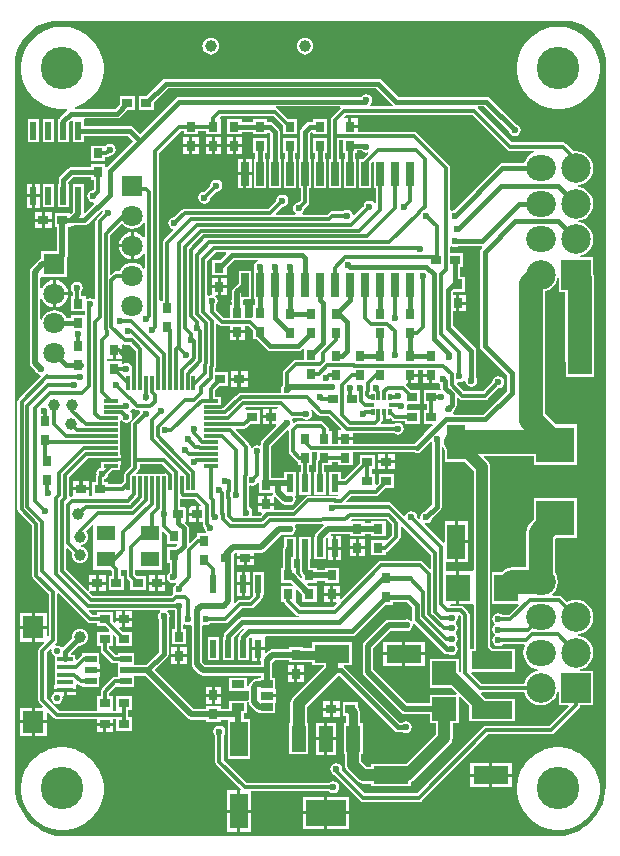
<source format=gtl>
G04 Layer_Physical_Order=1*
G04 Layer_Color=255*
%FSLAX25Y25*%
%MOIN*%
G70*
G01*
G75*
%ADD10R,0.03543X0.03150*%
%ADD11R,0.03150X0.03543*%
%ADD12R,0.02362X0.05984*%
%ADD13R,0.05906X0.11811*%
%ADD14R,0.03937X0.02362*%
%ADD15R,0.07874X0.09055*%
%ADD16R,0.13780X0.05906*%
%ADD17R,0.02559X0.07874*%
%ADD18R,0.05315X0.01575*%
%ADD19R,0.07087X0.07480*%
%ADD20C,0.03937*%
%ADD21R,0.06299X0.04921*%
%ADD22R,0.04331X0.02559*%
%ADD23R,0.04724X0.08661*%
%ADD24R,0.13386X0.08661*%
%ADD25R,0.11811X0.05906*%
%ADD26R,0.07874X0.07874*%
%ADD27R,0.04724X0.01181*%
%ADD28R,0.01181X0.04724*%
%ADD29R,0.12992X0.11811*%
%ADD30R,0.01181X0.02264*%
%ADD31R,0.02480X0.01181*%
%ADD32C,0.01181*%
%ADD33C,0.01575*%
%ADD34C,0.03937*%
%ADD35C,0.01969*%
%ADD36C,0.07874*%
%ADD37C,0.02953*%
%ADD38C,0.07087*%
%ADD39R,0.07087X0.07087*%
%ADD40C,0.02165*%
%ADD41C,0.14173*%
%ADD42R,0.09843X0.09843*%
%ADD43C,0.09843*%
%ADD44O,0.09843X0.08661*%
%ADD45O,0.09843X0.08661*%
%ADD46C,0.02362*%
G36*
X382616Y468270D02*
X384362Y467804D01*
X386031Y467113D01*
X387596Y466211D01*
X389030Y465111D01*
X390308Y463833D01*
X391407Y462400D01*
X392310Y460835D01*
X393001Y459165D01*
X393467Y457419D01*
X393702Y455628D01*
X393701Y454724D01*
X393701D01*
Y454724D01*
X393701D01*
X393701Y214567D01*
X393768Y213545D01*
X393654Y211500D01*
X393295Y209484D01*
X392694Y207525D01*
X391861Y205654D01*
X390808Y203898D01*
X389550Y202281D01*
X388107Y200828D01*
X386498Y199560D01*
X384748Y198495D01*
X382882Y197650D01*
X380928Y197037D01*
X379921Y196850D01*
X379921Y196850D01*
Y196850D01*
X210630D01*
X209623Y197037D01*
X207669Y197650D01*
X205803Y198495D01*
X204053Y199560D01*
X202445Y200828D01*
X201001Y202281D01*
X199743Y203898D01*
X198690Y205654D01*
X197857Y207526D01*
X197257Y209484D01*
X196897Y211500D01*
X196783Y213545D01*
X196850Y214567D01*
X196850D01*
X196850Y452756D01*
X196786Y453724D01*
X196911Y455659D01*
X197287Y457562D01*
X197908Y459399D01*
X198764Y461140D01*
X199840Y462754D01*
X201117Y464214D01*
X202574Y465494D01*
X204186Y466573D01*
X205924Y467433D01*
X207760Y468059D01*
X209662Y468439D01*
X210630Y468504D01*
Y468504D01*
X301181Y468504D01*
X379921D01*
X380825Y468505D01*
X382616Y468270D01*
D02*
G37*
%LPC*%
G36*
X207543Y270988D02*
X203500D01*
Y266748D01*
X207543D01*
Y270988D01*
D02*
G37*
G36*
X202500D02*
X198457D01*
Y266748D01*
X202500D01*
Y270988D01*
D02*
G37*
G36*
Y265748D02*
X198457D01*
Y261508D01*
X202500D01*
Y265748D01*
D02*
G37*
G36*
X275181Y280327D02*
X273500D01*
Y276835D01*
X275181D01*
Y280327D01*
D02*
G37*
G36*
X272500D02*
X270819D01*
Y276835D01*
X272500D01*
Y280327D01*
D02*
G37*
G36*
X302000Y276850D02*
X299925D01*
Y274579D01*
X302000D01*
Y276850D01*
D02*
G37*
G36*
X264968Y262953D02*
X261032D01*
Y255394D01*
X264968D01*
Y262953D01*
D02*
G37*
G36*
X293075Y250350D02*
X291000D01*
Y248079D01*
X293075D01*
Y250350D01*
D02*
G37*
G36*
X290000D02*
X287925D01*
Y248079D01*
X290000D01*
Y250350D01*
D02*
G37*
G36*
X305122Y241575D02*
X302850D01*
Y239500D01*
X305122D01*
Y241575D01*
D02*
G37*
G36*
X277500Y258673D02*
X275819D01*
Y255181D01*
X277500D01*
Y258673D01*
D02*
G37*
G36*
X293075Y253622D02*
X291000D01*
Y251350D01*
X293075D01*
Y253622D01*
D02*
G37*
G36*
X290000D02*
X287925D01*
Y251350D01*
X290000D01*
Y253622D01*
D02*
G37*
G36*
X313575Y292350D02*
X311500D01*
Y290079D01*
X313575D01*
Y292350D01*
D02*
G37*
G36*
X310500D02*
X308425D01*
Y290079D01*
X310500D01*
Y292350D01*
D02*
G37*
G36*
X305681Y292173D02*
X304000D01*
Y288681D01*
X305681D01*
Y292173D01*
D02*
G37*
G36*
X313575Y295622D02*
X311500D01*
Y293350D01*
X313575D01*
Y295622D01*
D02*
G37*
G36*
X310500D02*
X308425D01*
Y293350D01*
X310500D01*
Y295622D01*
D02*
G37*
G36*
X305681Y296665D02*
X304000D01*
Y293173D01*
X305681D01*
Y296665D01*
D02*
G37*
G36*
X303000Y292173D02*
X301319D01*
Y288681D01*
X303000D01*
Y292173D01*
D02*
G37*
G36*
X272500Y284819D02*
X270819D01*
Y281327D01*
X272500D01*
Y284819D01*
D02*
G37*
G36*
X305075Y280122D02*
X303000D01*
Y277850D01*
X305075D01*
Y280122D01*
D02*
G37*
G36*
X302000D02*
X299925D01*
Y277850D01*
X302000D01*
Y280122D01*
D02*
G37*
G36*
X276421Y289000D02*
X274150D01*
Y286925D01*
X276421D01*
Y289000D01*
D02*
G37*
G36*
X273150D02*
X270878D01*
Y286925D01*
X273150D01*
Y289000D01*
D02*
G37*
G36*
X275181Y284819D02*
X273500D01*
Y281327D01*
X275181D01*
Y284819D01*
D02*
G37*
G36*
X265000Y233507D02*
X264232Y233354D01*
X263581Y232919D01*
X263146Y232268D01*
X262993Y231500D01*
X263146Y230732D01*
X263581Y230081D01*
X263595Y230071D01*
Y221500D01*
X263702Y220962D01*
X264007Y220507D01*
X272115Y212398D01*
X272000Y212119D01*
Y205492D01*
X275453D01*
Y211595D01*
X301571D01*
X301581Y211581D01*
X302232Y211146D01*
X303000Y210993D01*
X303768Y211146D01*
X304419Y211581D01*
X304854Y212232D01*
X305007Y213000D01*
X304854Y213768D01*
X304419Y214419D01*
X303768Y214854D01*
X303000Y215007D01*
X302232Y214854D01*
X301581Y214419D01*
X301571Y214405D01*
X274082D01*
X266405Y222082D01*
Y230071D01*
X266419Y230081D01*
X266854Y230732D01*
X267007Y231500D01*
X266854Y232268D01*
X266419Y232919D01*
X265768Y233354D01*
X265000Y233507D01*
D02*
G37*
G36*
X271000Y211898D02*
X267547D01*
Y205492D01*
X271000D01*
Y211898D01*
D02*
G37*
G36*
X308193Y209732D02*
X301000D01*
Y204902D01*
X308193D01*
Y209732D01*
D02*
G37*
G36*
X355000Y220953D02*
X348594D01*
Y217500D01*
X355000D01*
Y220953D01*
D02*
G37*
G36*
X362405Y216500D02*
X356000D01*
Y213047D01*
X362405D01*
Y216500D01*
D02*
G37*
G36*
X355000D02*
X348594D01*
Y213047D01*
X355000D01*
Y216500D01*
D02*
G37*
G36*
X300000Y209732D02*
X292807D01*
Y204902D01*
X300000D01*
Y209732D01*
D02*
G37*
G36*
X212598Y226378D02*
X211701Y226357D01*
X209927Y226087D01*
X208201Y225595D01*
X206552Y224888D01*
X205005Y223979D01*
X203585Y222881D01*
X202316Y221611D01*
X201218Y220192D01*
X200308Y218645D01*
X199602Y216996D01*
X199110Y215270D01*
X198840Y213495D01*
X198819Y212598D01*
X198819Y211514D01*
X199157Y209371D01*
X199827Y207307D01*
X200811Y205374D01*
X202086Y203618D01*
X203620Y202084D01*
X205375Y200809D01*
X207308Y199823D01*
X209371Y199153D01*
X211514Y198813D01*
X213683Y198813D01*
X215826Y199153D01*
X217889Y199823D01*
X219822Y200809D01*
X221577Y202084D01*
X223111Y203618D01*
X224386Y205374D01*
X225370Y207307D01*
X226040Y209371D01*
X226378Y211514D01*
X226378Y212598D01*
X226378D01*
X226378Y212598D01*
X226357Y213495D01*
X226087Y215270D01*
X225595Y216996D01*
X224888Y218645D01*
X223979Y220192D01*
X222881Y221611D01*
X221611Y222881D01*
X220192Y223979D01*
X218645Y224888D01*
X216996Y225595D01*
X215270Y226087D01*
X213495Y226357D01*
X212598Y226378D01*
D02*
G37*
G36*
X275453Y204492D02*
X272000D01*
Y198087D01*
X275453D01*
Y204492D01*
D02*
G37*
G36*
X271000D02*
X267547D01*
Y198087D01*
X271000D01*
Y204492D01*
D02*
G37*
G36*
X308193Y203902D02*
X301000D01*
Y199071D01*
X308193D01*
Y203902D01*
D02*
G37*
G36*
X300000D02*
X292807D01*
Y199071D01*
X300000D01*
Y203902D01*
D02*
G37*
G36*
X377953Y226378D02*
X377056Y226357D01*
X375282Y226087D01*
X373556Y225595D01*
X371906Y224888D01*
X370359Y223979D01*
X368940Y222881D01*
X367671Y221611D01*
X366572Y220192D01*
X365663Y218645D01*
X364956Y216996D01*
X364464Y215270D01*
X364195Y213495D01*
X364173Y212598D01*
X364173Y211514D01*
X364511Y209371D01*
X365181Y207307D01*
X366165Y205374D01*
X367440Y203618D01*
X368974Y202084D01*
X370729Y200809D01*
X372662Y199823D01*
X374725Y199153D01*
X376868Y198813D01*
X379037Y198813D01*
X381180Y199153D01*
X383244Y199823D01*
X385176Y200809D01*
X386931Y202084D01*
X388465Y203618D01*
X389740Y205374D01*
X390724Y207307D01*
X391394Y209371D01*
X391733Y211514D01*
X391732Y212598D01*
X391732D01*
X391732Y212598D01*
X391711Y213495D01*
X391441Y215270D01*
X390949Y216996D01*
X390243Y218645D01*
X389333Y220192D01*
X388235Y221611D01*
X386966Y222881D01*
X385546Y223979D01*
X383999Y224888D01*
X382350Y225595D01*
X380624Y226087D01*
X378850Y226357D01*
X377953Y226378D01*
D02*
G37*
G36*
X202500Y239492D02*
X198457D01*
Y235252D01*
X202500D01*
Y239492D01*
D02*
G37*
G36*
X229622Y233500D02*
X227350D01*
Y231425D01*
X229622D01*
Y233500D01*
D02*
G37*
G36*
X226350D02*
X224079D01*
Y231425D01*
X226350D01*
Y233500D01*
D02*
G37*
G36*
X301850Y241575D02*
X299579D01*
Y239500D01*
X301850D01*
Y241575D01*
D02*
G37*
G36*
X305122Y238500D02*
X302850D01*
Y236425D01*
X305122D01*
Y238500D01*
D02*
G37*
G36*
X301850D02*
X299579D01*
Y236425D01*
X301850D01*
Y238500D01*
D02*
G37*
G36*
X207543Y234252D02*
X203500D01*
Y230012D01*
X207543D01*
Y234252D01*
D02*
G37*
G36*
X303862Y228705D02*
X301000D01*
Y223874D01*
X303862D01*
Y228705D01*
D02*
G37*
G36*
X300000D02*
X297138D01*
Y223874D01*
X300000D01*
Y228705D01*
D02*
G37*
G36*
X362405Y220953D02*
X356000D01*
Y217500D01*
X362405D01*
Y220953D01*
D02*
G37*
G36*
X202500Y234252D02*
X198457D01*
Y230012D01*
X202500D01*
Y234252D01*
D02*
G37*
G36*
X303862Y234535D02*
X301000D01*
Y229705D01*
X303862D01*
Y234535D01*
D02*
G37*
G36*
X300000D02*
X297138D01*
Y229705D01*
X300000D01*
Y234535D01*
D02*
G37*
G36*
X209968Y413953D02*
X206031D01*
Y406394D01*
X209968D01*
Y413953D01*
D02*
G37*
G36*
X209122Y401500D02*
X206850D01*
Y399425D01*
X209122D01*
Y401500D01*
D02*
G37*
G36*
X204969Y435606D02*
X201031D01*
Y428047D01*
X204969D01*
Y435606D01*
D02*
G37*
G36*
X205850Y401500D02*
X203579D01*
Y399425D01*
X205850D01*
Y401500D01*
D02*
G37*
G36*
Y404575D02*
X203579D01*
Y402500D01*
X205850D01*
Y404575D01*
D02*
G37*
G36*
X202500Y414165D02*
X200819D01*
Y410673D01*
X202500D01*
Y414165D01*
D02*
G37*
G36*
X209122Y404575D02*
X206850D01*
Y402500D01*
X209122D01*
Y404575D01*
D02*
G37*
G36*
X228500Y427507D02*
X227732Y427354D01*
X227281Y427053D01*
X226862Y426858D01*
X222138D01*
Y421740D01*
X226862D01*
Y422894D01*
X227299D01*
X227837Y423001D01*
X228293Y423306D01*
X228483Y423496D01*
X228500Y423493D01*
X229268Y423646D01*
X229919Y424081D01*
X230354Y424732D01*
X230507Y425500D01*
X230354Y426268D01*
X229919Y426919D01*
X229268Y427354D01*
X228500Y427507D01*
D02*
G37*
G36*
X202500Y409673D02*
X200819D01*
Y406181D01*
X202500D01*
Y409673D01*
D02*
G37*
G36*
X205181D02*
X203500D01*
Y406181D01*
X205181D01*
Y409673D01*
D02*
G37*
G36*
X262083Y462780D02*
X261363Y462685D01*
X260693Y462407D01*
X260117Y461966D01*
X259675Y461390D01*
X259398Y460719D01*
X259303Y460000D01*
X259398Y459281D01*
X259675Y458610D01*
X260117Y458035D01*
X260693Y457593D01*
X261363Y457315D01*
X262083Y457220D01*
X262802Y457315D01*
X263473Y457593D01*
X264048Y458035D01*
X264490Y458610D01*
X264768Y459281D01*
X264862Y460000D01*
X264768Y460719D01*
X264490Y461390D01*
X264048Y461966D01*
X263473Y462407D01*
X262802Y462685D01*
X262083Y462780D01*
D02*
G37*
G36*
X377953Y466535D02*
X377056Y466514D01*
X375282Y466244D01*
X373556Y465752D01*
X371906Y465046D01*
X370359Y464136D01*
X368940Y463038D01*
X367671Y461769D01*
X366572Y460350D01*
X365663Y458803D01*
X364956Y457153D01*
X364464Y455427D01*
X364195Y453653D01*
X364173Y452756D01*
X364173Y451671D01*
X364511Y449528D01*
X365181Y447465D01*
X366165Y445531D01*
X367440Y443776D01*
X368974Y442241D01*
X370729Y440966D01*
X372662Y439981D01*
X374725Y439310D01*
X376868Y438971D01*
X379037Y438971D01*
X381180Y439310D01*
X383244Y439981D01*
X385176Y440966D01*
X386931Y442241D01*
X388465Y443776D01*
X389740Y445531D01*
X390724Y447465D01*
X391394Y449528D01*
X391733Y451671D01*
X391732Y452756D01*
X391732D01*
X391732Y452756D01*
X391711Y453653D01*
X391441Y455427D01*
X390949Y457153D01*
X390243Y458803D01*
X389333Y460350D01*
X388235Y461769D01*
X386966Y463038D01*
X385546Y464136D01*
X383999Y465046D01*
X382350Y465752D01*
X380624Y466244D01*
X378850Y466514D01*
X377953Y466535D01*
D02*
G37*
G36*
X205181Y414165D02*
X203500D01*
Y410673D01*
X205181D01*
Y414165D01*
D02*
G37*
G36*
X212598Y466535D02*
X211701Y466514D01*
X209927Y466244D01*
X208201Y465752D01*
X206552Y465046D01*
X205005Y464136D01*
X203585Y463038D01*
X202316Y461769D01*
X201218Y460350D01*
X200308Y458803D01*
X199602Y457153D01*
X199110Y455427D01*
X198840Y453653D01*
X198819Y452756D01*
X198819Y451671D01*
X199157Y449528D01*
X199827Y447465D01*
X200811Y445531D01*
X202086Y443776D01*
X203620Y442241D01*
X205375Y440966D01*
X207308Y439981D01*
X209371Y439310D01*
X211514Y438971D01*
X213683Y438971D01*
X214075Y439033D01*
X214198Y438864D01*
X214290Y438561D01*
X211865Y436135D01*
X211517Y435614D01*
X211515Y435606D01*
X211032D01*
Y428047D01*
X214968D01*
Y434698D01*
X215531Y435261D01*
X216032Y435054D01*
Y428047D01*
X219969D01*
Y430221D01*
X234508D01*
X236229Y428500D01*
X227365Y419635D01*
X227362Y419632D01*
X226862Y419783D01*
Y420559D01*
X222138D01*
Y419606D01*
X215500D01*
X214885Y419483D01*
X214365Y419135D01*
X214365Y419135D01*
X211865Y416635D01*
X211517Y416115D01*
X211394Y415500D01*
X211394Y415500D01*
Y413953D01*
X211032D01*
Y406394D01*
X214968D01*
Y413953D01*
X214606D01*
Y414835D01*
X216165Y416394D01*
X222138D01*
Y415441D01*
X223095D01*
Y412497D01*
X223000Y412007D01*
X222232Y411854D01*
X221581Y411419D01*
X221146Y410768D01*
X220993Y410000D01*
X221146Y409232D01*
X221581Y408581D01*
X222232Y408146D01*
X223000Y407993D01*
X223019Y407997D01*
X223265Y407536D01*
X220268Y404539D01*
X219806Y404730D01*
Y406394D01*
X219969D01*
Y413953D01*
X216032D01*
Y406394D01*
X216194D01*
Y404748D01*
X215632Y404187D01*
X215209Y404362D01*
Y404362D01*
X210091D01*
Y399638D01*
X210843D01*
Y391681D01*
X205669D01*
Y389091D01*
X205309Y389019D01*
X204723Y388628D01*
X202223Y386128D01*
X201831Y385542D01*
X201694Y384850D01*
Y354500D01*
X201831Y353809D01*
X202223Y353223D01*
X203629Y351817D01*
X203646Y351732D01*
X204081Y351081D01*
X204732Y350646D01*
X205332Y350526D01*
X205544Y350031D01*
X198038Y342525D01*
X197733Y342069D01*
X197626Y341531D01*
Y305685D01*
X197733Y305147D01*
X198038Y304691D01*
X202595Y300134D01*
Y283500D01*
X202702Y282962D01*
X203007Y282507D01*
X208095Y277418D01*
Y262996D01*
X208043Y262962D01*
X207543Y263229D01*
Y265748D01*
X203500D01*
Y261508D01*
X206368D01*
X206559Y261046D01*
X205007Y259493D01*
X204702Y259038D01*
X204595Y258500D01*
Y242000D01*
X204702Y241462D01*
X205007Y241007D01*
X206059Y239954D01*
X205868Y239492D01*
X203500D01*
Y235252D01*
X207543D01*
Y237817D01*
X208005Y238008D01*
X210007Y236007D01*
X210462Y235702D01*
X211000Y235595D01*
X224079D01*
Y234500D01*
X226850D01*
X229622D01*
Y235595D01*
X230591D01*
Y231638D01*
X235709D01*
Y236362D01*
X234555D01*
Y238638D01*
X235709D01*
Y243362D01*
X230591D01*
Y238638D01*
X230187Y238405D01*
X229813D01*
X229409Y238638D01*
Y243362D01*
X228255D01*
Y244268D01*
X230650Y246663D01*
X231150Y246456D01*
Y246291D01*
X236661D01*
Y250194D01*
X240252D01*
X254372Y236073D01*
X254958Y235682D01*
X255650Y235544D01*
X260638D01*
Y234791D01*
X265362D01*
Y235544D01*
X267760D01*
Y222315D01*
X275240D01*
Y235701D01*
X273082D01*
Y237500D01*
X273240Y237693D01*
X274228D01*
Y241276D01*
X274728Y241325D01*
X274831Y240809D01*
X275223Y240223D01*
X276963Y238482D01*
X277549Y238091D01*
X277772Y238047D01*
Y237693D01*
X283677D01*
Y241220D01*
X283890D01*
Y243000D01*
X280724D01*
Y244000D01*
X283890D01*
Y245779D01*
X283677D01*
Y249307D01*
X282531D01*
Y252000D01*
Y254476D01*
X283398Y255343D01*
X288138D01*
Y254591D01*
X292862D01*
Y254841D01*
X295799D01*
Y253760D01*
X299712D01*
Y253144D01*
X289479Y242910D01*
X289038Y242335D01*
X288760Y241664D01*
X288665Y240945D01*
Y234323D01*
X288295D01*
Y224087D01*
X294595D01*
Y234323D01*
X294225D01*
Y239793D01*
X304458Y250027D01*
X304480Y250056D01*
X305134Y250095D01*
X323439Y231790D01*
X323439Y231790D01*
X323960Y231442D01*
X324575Y231319D01*
X324575Y231319D01*
X326009D01*
X326381Y231071D01*
X327150Y230918D01*
X327918Y231071D01*
X328569Y231506D01*
X329004Y232157D01*
X329157Y232925D01*
X329004Y233693D01*
X328569Y234344D01*
X327918Y234780D01*
X327150Y234932D01*
X326381Y234780D01*
X326009Y234531D01*
X325240D01*
X306643Y253128D01*
X306445Y253260D01*
X306597Y253760D01*
X309185D01*
Y261240D01*
X295799D01*
Y259458D01*
X292862D01*
Y259709D01*
X288138D01*
Y258956D01*
X282650D01*
X281958Y258819D01*
X281372Y258427D01*
X280643Y257698D01*
X280181Y257889D01*
Y258673D01*
X278500D01*
Y255181D01*
X278918D01*
Y253806D01*
X260248D01*
X259354Y254701D01*
Y266843D01*
X259854Y267122D01*
X260500Y266993D01*
X261268Y267146D01*
X261919Y267581D01*
X261929Y267595D01*
X267000D01*
X267538Y267702D01*
X267993Y268007D01*
X272582Y272595D01*
X275500D01*
X276038Y272702D01*
X276493Y273007D01*
X278993Y275507D01*
X279298Y275962D01*
X279405Y276500D01*
Y277047D01*
X279969D01*
Y284606D01*
X276031D01*
Y277047D01*
X276031D01*
X276186Y276673D01*
X274918Y275405D01*
X272000D01*
X271462Y275298D01*
X271007Y274993D01*
X270300Y274287D01*
X270177Y274300D01*
X269776Y274847D01*
X269806Y275000D01*
Y277047D01*
X269969D01*
Y284606D01*
X269806D01*
Y287138D01*
X269909D01*
Y290855D01*
X270248Y291194D01*
X270878D01*
Y290000D01*
X276421D01*
Y291194D01*
X279000D01*
X279691Y291331D01*
X280277Y291723D01*
X285748Y297194D01*
X287660D01*
X287732Y297146D01*
X288500Y296993D01*
X289268Y297146D01*
X289919Y297581D01*
X290354Y298232D01*
X290507Y299000D01*
X290354Y299768D01*
X290136Y300095D01*
X290403Y300595D01*
X299000D01*
X299416Y300678D01*
X299701Y300256D01*
X297223Y297777D01*
X296831Y297191D01*
X296694Y296500D01*
Y296453D01*
X296532D01*
Y288894D01*
X300468D01*
Y295914D01*
X300819Y296264D01*
X301319Y296057D01*
Y293173D01*
X303000D01*
Y296665D01*
X302316D01*
X302060Y297165D01*
X302187Y297343D01*
X308638D01*
Y296591D01*
X313362D01*
Y297343D01*
X315638D01*
Y296591D01*
X320362D01*
Y301709D01*
X315638D01*
Y300956D01*
X313362D01*
Y301709D01*
X309154D01*
X308916Y302209D01*
X309104Y302453D01*
X320776D01*
X322595Y300634D01*
Y297082D01*
X320758Y295245D01*
X320362Y295409D01*
Y295409D01*
X315638D01*
Y290291D01*
X320362D01*
Y291448D01*
X320888Y291552D01*
X321344Y291857D01*
X324993Y295507D01*
X325298Y295962D01*
X325405Y296500D01*
Y299955D01*
X325867Y300146D01*
X335595Y290418D01*
Y286045D01*
X335133Y285854D01*
X332993Y287993D01*
X332538Y288298D01*
X332000Y288405D01*
X319000D01*
X318462Y288298D01*
X318007Y287993D01*
X305537Y275524D01*
X305075Y275715D01*
Y276850D01*
X303000D01*
Y274579D01*
X303939D01*
X304130Y274117D01*
X302918Y272905D01*
X292082D01*
X290596Y274391D01*
X290362Y274791D01*
X290362D01*
X290362Y274791D01*
Y278780D01*
X290824Y278972D01*
X292638Y277158D01*
Y274791D01*
X297362D01*
Y279909D01*
X294995D01*
X294276Y280629D01*
X294468Y281091D01*
X297362D01*
Y281843D01*
X300138D01*
Y281091D01*
X304862D01*
Y286209D01*
X300138D01*
Y285456D01*
X297362D01*
Y286209D01*
X295306D01*
Y288894D01*
X295468D01*
Y296453D01*
X291531D01*
Y288894D01*
X291694D01*
Y285150D01*
X291831Y284458D01*
X292223Y283872D01*
X292638Y283457D01*
Y282921D01*
X292176Y282729D01*
X290362Y284543D01*
Y286209D01*
X289806D01*
Y288894D01*
X290469D01*
Y296453D01*
X286531D01*
Y293164D01*
X286331Y292864D01*
X286194Y292173D01*
Y286209D01*
X285638D01*
Y281091D01*
X288705D01*
X289424Y280371D01*
X289233Y279909D01*
X285638D01*
Y274791D01*
X286637D01*
X286702Y274462D01*
X287007Y274007D01*
X290507Y270507D01*
X290962Y270202D01*
X291447Y270106D01*
X291398Y269606D01*
X272500D01*
X271885Y269483D01*
X271365Y269135D01*
X266865Y264635D01*
X266517Y264114D01*
X266394Y263500D01*
X266394Y263500D01*
Y262953D01*
X266032D01*
Y255394D01*
X269969D01*
Y262953D01*
X269969Y262953D01*
X269969D01*
X270152Y263382D01*
X272960Y266189D01*
X273176Y266154D01*
X273348Y265619D01*
X271865Y264135D01*
X271517Y263615D01*
X271394Y263000D01*
X271031Y262953D01*
Y255394D01*
X274969D01*
Y262698D01*
X275319Y263048D01*
X275819Y262841D01*
Y259673D01*
X278000D01*
X280181D01*
Y263165D01*
X280586Y263394D01*
X309150D01*
X309150Y263394D01*
X309764Y263517D01*
X310285Y263865D01*
X320212Y273791D01*
X322862D01*
Y274745D01*
X327484D01*
X329229Y273000D01*
Y269035D01*
X329229Y269035D01*
X329290Y268727D01*
X329167Y268625D01*
X328830Y268479D01*
X328268Y268854D01*
X327500Y269007D01*
X326732Y268854D01*
X326660Y268806D01*
X321500D01*
X320809Y268669D01*
X320223Y268277D01*
X313223Y261277D01*
X312831Y260691D01*
X312694Y260000D01*
Y251500D01*
X312831Y250809D01*
X313223Y250223D01*
X325628Y237817D01*
X326214Y237426D01*
X326905Y237288D01*
X335276D01*
Y234370D01*
X337220D01*
Y230651D01*
X327309Y220740D01*
X315539D01*
Y219780D01*
X314151D01*
X312335Y221596D01*
Y224087D01*
X312705D01*
Y234323D01*
X311863D01*
Y238094D01*
X311688Y238978D01*
X311209Y239694D01*
Y241362D01*
X306091D01*
Y236638D01*
X307247D01*
Y234323D01*
X306405D01*
Y224087D01*
X306775D01*
Y220445D01*
X306870Y219725D01*
X307148Y219055D01*
X307590Y218479D01*
X311034Y215035D01*
X311610Y214593D01*
X312281Y214315D01*
X313000Y214220D01*
X315539D01*
Y213260D01*
X328925D01*
Y214620D01*
X329466Y215035D01*
X341966Y227535D01*
X342407Y228110D01*
X342685Y228781D01*
X342780Y229500D01*
Y234370D01*
X344724D01*
Y243097D01*
X345186Y243288D01*
X348323Y240152D01*
Y234992D01*
X363677D01*
Y242472D01*
X353864D01*
X352179Y244158D01*
X352386Y244658D01*
X366474D01*
X366486Y244573D01*
X367061Y243184D01*
X367976Y241991D01*
X369168Y241076D01*
X370557Y240501D01*
X372047Y240305D01*
X373537Y240501D01*
X374926Y241076D01*
X376119Y241991D01*
X377034Y243184D01*
X377609Y244573D01*
X377650Y244881D01*
X378150Y244849D01*
Y240354D01*
X381214D01*
X381405Y239892D01*
X374918Y233405D01*
X354000D01*
X353462Y233298D01*
X353007Y232993D01*
X330918Y210905D01*
X313582D01*
X305921Y218566D01*
X306007Y219000D01*
X305854Y219768D01*
X305419Y220419D01*
X304768Y220854D01*
X304000Y221007D01*
X303232Y220854D01*
X302581Y220419D01*
X302146Y219768D01*
X301993Y219000D01*
X302146Y218232D01*
X302581Y217581D01*
X303232Y217146D01*
X303401Y217112D01*
X312007Y208507D01*
X312462Y208202D01*
X313000Y208095D01*
X331500D01*
X332038Y208202D01*
X332493Y208507D01*
X354582Y230595D01*
X375500D01*
X376038Y230702D01*
X376493Y231007D01*
X384852Y239365D01*
X385156Y239821D01*
X385262Y240354D01*
X389567D01*
Y251772D01*
X385073D01*
X385040Y252272D01*
X385349Y252312D01*
X386737Y252888D01*
X387930Y253803D01*
X388845Y254995D01*
X389420Y256384D01*
X389616Y257874D01*
X389420Y259364D01*
X388845Y260753D01*
X387930Y261946D01*
X386737Y262860D01*
X385349Y263436D01*
X384652Y263527D01*
Y264032D01*
X385349Y264123D01*
X386737Y264699D01*
X387930Y265614D01*
X388845Y266806D01*
X389420Y268195D01*
X389616Y269685D01*
X389420Y271175D01*
X388845Y272564D01*
X387930Y273757D01*
X386737Y274672D01*
X385349Y275247D01*
X383858Y275443D01*
X382368Y275247D01*
X380979Y274672D01*
X380911Y274619D01*
X379143Y276387D01*
X378687Y276692D01*
X378150Y276799D01*
X376081D01*
X375920Y277272D01*
X376119Y277425D01*
X377034Y278617D01*
X377609Y280006D01*
X377805Y281496D01*
X377609Y282986D01*
X377034Y284375D01*
X376812Y284664D01*
Y295869D01*
X377046Y296102D01*
X384283D01*
Y309488D01*
X369717D01*
Y302251D01*
X368678Y301212D01*
X367920Y300225D01*
X367444Y299076D01*
X367282Y297843D01*
Y286261D01*
X362606D01*
X361373Y286099D01*
X360224Y285623D01*
X359237Y284865D01*
X359186Y284815D01*
X355886D01*
Y279809D01*
X355845Y279500D01*
X355886Y279190D01*
Y274185D01*
X364545D01*
X364736Y273723D01*
X361418Y270405D01*
X359429D01*
X359419Y270419D01*
X358768Y270854D01*
X358000Y271007D01*
X357232Y270854D01*
X356581Y270419D01*
X356146Y269768D01*
X355993Y269000D01*
X356146Y268232D01*
X356581Y267581D01*
X356702Y267500D01*
Y267000D01*
X356581Y266919D01*
X356146Y266268D01*
X355993Y265500D01*
X356146Y264732D01*
X356581Y264081D01*
X356702Y264000D01*
Y263500D01*
X356581Y263419D01*
X356146Y262768D01*
X355993Y262000D01*
X356146Y261232D01*
X356581Y260581D01*
X357232Y260146D01*
X358000Y259993D01*
X358768Y260146D01*
X359419Y260581D01*
X359429Y260595D01*
X366545D01*
X366823Y260179D01*
X366486Y259364D01*
X366289Y257874D01*
X366486Y256384D01*
X367061Y254995D01*
X367976Y253803D01*
X369168Y252888D01*
X370557Y252312D01*
X371253Y252221D01*
Y251716D01*
X370557Y251625D01*
X369168Y251049D01*
X367976Y250134D01*
X367061Y248942D01*
X366486Y247553D01*
X366474Y247468D01*
X352519D01*
X348921Y251066D01*
X349113Y251528D01*
X363677D01*
Y259008D01*
X356191D01*
X355280Y259919D01*
Y319634D01*
X355185Y320353D01*
X354907Y321024D01*
X354466Y321599D01*
X353158Y322907D01*
X353349Y323369D01*
X369717D01*
Y320512D01*
X384283D01*
Y333898D01*
X377046D01*
X373655Y337289D01*
Y355000D01*
Y378345D01*
X374926Y378872D01*
X376119Y379787D01*
X377034Y380979D01*
X377609Y382368D01*
X377650Y382677D01*
X378150Y382644D01*
Y378150D01*
X380345D01*
Y355000D01*
X380386Y354690D01*
Y349685D01*
X389835D01*
Y354690D01*
X389875Y355000D01*
Y382606D01*
X389713Y383840D01*
X389567Y384192D01*
Y389567D01*
X385073D01*
X385040Y390067D01*
X385349Y390108D01*
X386737Y390683D01*
X387930Y391598D01*
X388845Y392790D01*
X389420Y394179D01*
X389616Y395669D01*
X389420Y397160D01*
X388845Y398548D01*
X387930Y399741D01*
X386737Y400656D01*
X385349Y401231D01*
X384652Y401323D01*
Y401827D01*
X385349Y401919D01*
X386737Y402494D01*
X387930Y403409D01*
X388845Y404601D01*
X389420Y405990D01*
X389616Y407480D01*
X389420Y408971D01*
X388845Y410359D01*
X387930Y411552D01*
X386737Y412467D01*
X385349Y413042D01*
X384652Y413134D01*
Y413638D01*
X385349Y413730D01*
X386737Y414305D01*
X387930Y415220D01*
X388845Y416412D01*
X389420Y417801D01*
X389616Y419291D01*
X389420Y420782D01*
X388845Y422170D01*
X387930Y423363D01*
X386737Y424278D01*
X385349Y424853D01*
X383858Y425049D01*
X383045Y424942D01*
X380493Y427493D01*
X380038Y427798D01*
X379500Y427905D01*
X362582D01*
X351093Y439394D01*
X351202Y439784D01*
X351281Y439894D01*
X353335D01*
X361558Y431671D01*
X361646Y431232D01*
X362081Y430581D01*
X362732Y430146D01*
X363500Y429993D01*
X364268Y430146D01*
X364919Y430581D01*
X365354Y431232D01*
X365507Y432000D01*
X365354Y432768D01*
X364919Y433419D01*
X364268Y433854D01*
X363829Y433942D01*
X355135Y442635D01*
X354614Y442983D01*
X354000Y443106D01*
X354000Y443106D01*
X324665D01*
X319135Y448635D01*
X318615Y448983D01*
X318000Y449106D01*
X318000Y449106D01*
X247150D01*
X246535Y448983D01*
X246014Y448635D01*
X246014Y448635D01*
X240741Y443362D01*
X238091D01*
Y438638D01*
X243209D01*
Y441288D01*
X247815Y445894D01*
X317335D01*
X322824Y440405D01*
X322805Y440235D01*
X322653Y439905D01*
X315308D01*
X315156Y440405D01*
X315419Y440581D01*
X315854Y441232D01*
X316007Y442000D01*
X315854Y442768D01*
X315419Y443419D01*
X314768Y443854D01*
X314000Y444007D01*
X313232Y443854D01*
X312581Y443419D01*
X312371Y443106D01*
X251500D01*
X251500Y443106D01*
X250886Y442983D01*
X250365Y442635D01*
X250365Y442635D01*
X238500Y430771D01*
X236309Y432962D01*
X235788Y433310D01*
X235173Y433432D01*
X235173Y433432D01*
X219969D01*
Y435394D01*
X219969Y435606D01*
X220349Y435894D01*
X230850D01*
X230850Y435894D01*
X231465Y436017D01*
X231986Y436365D01*
X234259Y438638D01*
X236909D01*
Y443362D01*
X231791D01*
Y440712D01*
X230185Y439106D01*
X216814D01*
X216735Y439606D01*
X217889Y439981D01*
X219822Y440966D01*
X221577Y442241D01*
X223111Y443776D01*
X224386Y445531D01*
X225370Y447465D01*
X226040Y449528D01*
X226378Y451671D01*
X226378Y452756D01*
X226378D01*
X226378Y452756D01*
X226357Y453653D01*
X226087Y455427D01*
X225595Y457153D01*
X224888Y458803D01*
X223979Y460350D01*
X222881Y461769D01*
X221611Y463038D01*
X220192Y464136D01*
X218645Y465046D01*
X216996Y465752D01*
X215270Y466244D01*
X213495Y466514D01*
X212598Y466535D01*
D02*
G37*
G36*
X209968Y435606D02*
X206031D01*
Y428047D01*
X209968D01*
Y435606D01*
D02*
G37*
G36*
X293500Y462780D02*
X292781Y462685D01*
X292110Y462407D01*
X291534Y461966D01*
X291093Y461390D01*
X290815Y460719D01*
X290720Y460000D01*
X290815Y459281D01*
X291093Y458610D01*
X291534Y458035D01*
X292110Y457593D01*
X292781Y457315D01*
X293500Y457220D01*
X294219Y457315D01*
X294890Y457593D01*
X295465Y458035D01*
X295907Y458610D01*
X296185Y459281D01*
X296280Y460000D01*
X296185Y460719D01*
X295907Y461390D01*
X295465Y461966D01*
X294890Y462407D01*
X294219Y462685D01*
X293500Y462780D01*
D02*
G37*
%LPD*%
G36*
X339873Y325751D02*
X340260Y325247D01*
Y321441D01*
X346762D01*
X349720Y318482D01*
Y285285D01*
X349327Y285028D01*
X344890D01*
Y279500D01*
Y273972D01*
X349327D01*
X349720Y273715D01*
Y259008D01*
X348405D01*
Y270500D01*
X348298Y271038D01*
X347993Y271493D01*
X346434Y273053D01*
X345979Y273357D01*
X345441Y273464D01*
X341998D01*
X341993Y273472D01*
X342260Y273972D01*
X343890D01*
Y279500D01*
Y285028D01*
X340405D01*
Y287961D01*
X343500D01*
Y294866D01*
Y301772D01*
X340047D01*
Y294647D01*
X339547Y294440D01*
X333381Y300606D01*
X333627Y301067D01*
X334000Y300993D01*
X334768Y301146D01*
X335419Y301581D01*
X335854Y302232D01*
X335942Y302671D01*
X338635Y305365D01*
X338635Y305365D01*
X338983Y305886D01*
X339106Y306500D01*
X339106Y306500D01*
Y326298D01*
X339606Y326397D01*
X339873Y325751D01*
D02*
G37*
G36*
X287656Y332053D02*
X288095Y331833D01*
Y325000D01*
X288202Y324462D01*
X288507Y324007D01*
X290656Y321857D01*
X291112Y321552D01*
X291138Y321547D01*
Y320291D01*
X292095D01*
Y318106D01*
X291531D01*
Y310547D01*
X295468D01*
Y318106D01*
X294905D01*
Y320291D01*
X295862D01*
Y324595D01*
X297638D01*
Y322475D01*
X297507Y322344D01*
X297202Y321888D01*
X297095Y321350D01*
Y318106D01*
X296532D01*
Y310547D01*
X300468D01*
Y318106D01*
X299905D01*
Y320291D01*
X302362D01*
Y321445D01*
X304638D01*
Y320291D01*
X309362D01*
Y324595D01*
X330049D01*
X330166Y324517D01*
X330781Y324394D01*
X331395Y324517D01*
X331916Y324865D01*
X335193Y328141D01*
X335784Y328025D01*
X335894Y327860D01*
Y307165D01*
X333671Y304942D01*
X333232Y304854D01*
X332581Y304419D01*
X332146Y303768D01*
X331993Y303000D01*
X332067Y302627D01*
X331606Y302380D01*
X331004Y302983D01*
X331007Y303000D01*
X330854Y303768D01*
X330419Y304419D01*
X329768Y304854D01*
X329000Y305007D01*
X328232Y304854D01*
X327581Y304419D01*
X327146Y303768D01*
X327109Y303585D01*
X326567Y303420D01*
X322493Y307493D01*
X322038Y307798D01*
X321500Y307905D01*
X307545D01*
X307354Y308367D01*
X309082Y310095D01*
X317150D01*
X317687Y310202D01*
X318143Y310507D01*
X320274Y312638D01*
X323209D01*
Y317362D01*
X318091D01*
Y314428D01*
X317371Y313709D01*
X316909Y313900D01*
Y317362D01*
X315755D01*
Y319138D01*
X316909D01*
Y323862D01*
X311791D01*
Y320928D01*
X306595Y315732D01*
X305469D01*
Y318106D01*
X301532D01*
Y310547D01*
X304406D01*
X304673Y310047D01*
X304578Y309905D01*
X303857D01*
X303560Y309964D01*
X294559D01*
X294021Y309857D01*
X293566Y309553D01*
X289418Y305405D01*
X283075D01*
Y306850D01*
X280500D01*
X277925D01*
Y304579D01*
X278939D01*
X279130Y304117D01*
X278359Y303346D01*
X276152D01*
X275877Y303846D01*
X276007Y304500D01*
X275854Y305268D01*
X275419Y305919D01*
X274846Y306302D01*
Y313348D01*
X275346Y313623D01*
X276000Y313493D01*
X276768Y313646D01*
X277419Y314081D01*
X277638Y314408D01*
X278138Y314256D01*
Y311091D01*
X282775D01*
X282831Y310809D01*
X282956Y310622D01*
X282689Y310122D01*
X281000D01*
Y307850D01*
X283075D01*
Y309664D01*
X283575Y309871D01*
X285723Y307723D01*
X286309Y307331D01*
X287000Y307194D01*
X287660D01*
X287732Y307146D01*
X288500Y306993D01*
X289268Y307146D01*
X289919Y307581D01*
X290354Y308232D01*
X290507Y309000D01*
X290354Y309768D01*
X290168Y310047D01*
X290435Y310547D01*
X290469D01*
Y318106D01*
X286531D01*
Y316133D01*
X282862D01*
Y316209D01*
X282306D01*
Y326752D01*
X287613Y332058D01*
X287656Y332053D01*
D02*
G37*
G36*
X226121Y405143D02*
X225993Y404500D01*
X225996Y404483D01*
X224069Y402556D01*
X223765Y402101D01*
X223658Y401563D01*
Y375861D01*
X223158Y375594D01*
X222768Y375854D01*
X222000Y376007D01*
X221232Y375854D01*
X220862Y375607D01*
X220362Y375874D01*
Y376709D01*
X218905D01*
Y378071D01*
X218919Y378081D01*
X219354Y378732D01*
X219507Y379500D01*
X219354Y380268D01*
X218919Y380919D01*
X218268Y381354D01*
X217500Y381507D01*
X216732Y381354D01*
X216081Y380919D01*
X215646Y380268D01*
X215493Y379500D01*
X215646Y378732D01*
X216081Y378081D01*
X216095Y378071D01*
Y376709D01*
X215638D01*
Y371591D01*
X220095D01*
Y370409D01*
X215638D01*
Y369456D01*
X213943D01*
X213783Y369842D01*
X213089Y370746D01*
X212184Y371440D01*
X211130Y371877D01*
X210000Y372026D01*
X208870Y371877D01*
X207816Y371440D01*
X206911Y370746D01*
X206217Y369842D01*
X205781Y368788D01*
X205306Y368890D01*
Y375653D01*
X205806Y375752D01*
X206031Y375209D01*
X206760Y374260D01*
X207709Y373531D01*
X208814Y373074D01*
X209500Y372983D01*
Y377500D01*
Y382017D01*
X208814Y381926D01*
X207709Y381469D01*
X206760Y380740D01*
X206031Y379791D01*
X205806Y379248D01*
X205306Y379347D01*
Y382689D01*
X205669Y383020D01*
X214331D01*
Y389370D01*
X214456Y390000D01*
Y399638D01*
X215209D01*
Y399842D01*
X215709Y400252D01*
X216000Y400194D01*
X216691Y400331D01*
X216786Y400394D01*
X220000D01*
X220000Y400394D01*
X220615Y400517D01*
X221135Y400865D01*
X225693Y405423D01*
X226121Y405143D01*
D02*
G37*
G36*
X240126Y400943D02*
Y396407D01*
X239627Y396237D01*
X239240Y396740D01*
X238291Y397469D01*
X237186Y397926D01*
X236500Y398017D01*
Y393500D01*
Y388983D01*
X237186Y389074D01*
X238291Y389531D01*
X239240Y390260D01*
X239627Y390763D01*
X240126Y390593D01*
Y386057D01*
X239627Y385888D01*
X239089Y386589D01*
X238184Y387283D01*
X237130Y387719D01*
X236000Y387868D01*
X234870Y387719D01*
X233816Y387283D01*
X232911Y386589D01*
X232217Y385684D01*
X231894Y384905D01*
X230500D01*
X229962Y384798D01*
X229507Y384493D01*
X228898Y383885D01*
X228436Y384077D01*
Y396950D01*
X232203Y400716D01*
X232702Y400684D01*
X232911Y400411D01*
X233816Y399717D01*
X234870Y399281D01*
X236000Y399132D01*
X237130Y399281D01*
X238184Y399717D01*
X239089Y400411D01*
X239627Y401112D01*
X240126Y400943D01*
D02*
G37*
G36*
X223000Y300360D02*
Y285500D01*
X228899D01*
X229245Y285154D01*
Y283362D01*
X228091D01*
Y278638D01*
X233209D01*
Y283362D01*
X232055D01*
Y285500D01*
X234095D01*
Y283350D01*
X234202Y282813D01*
X234507Y282357D01*
X235291Y281572D01*
Y278638D01*
X240409D01*
Y283362D01*
X237475D01*
X236905Y283932D01*
Y285500D01*
X246000D01*
Y298009D01*
X246462Y298201D01*
X247638Y297025D01*
Y294091D01*
X250816D01*
X251008Y293629D01*
X250288Y292909D01*
X247638D01*
Y287791D01*
X248394D01*
Y284629D01*
X248081Y284419D01*
X247646Y283768D01*
X247493Y283000D01*
X247646Y282232D01*
X248081Y281581D01*
X248732Y281146D01*
X249500Y280993D01*
X250268Y281146D01*
X250337Y281192D01*
X250732Y280855D01*
X250723Y280848D01*
X250081Y280419D01*
X249646Y279768D01*
X249493Y279000D01*
X249646Y278232D01*
X249689Y278167D01*
X249537Y277494D01*
X249447Y277434D01*
X248886Y276873D01*
X222614D01*
X221550Y277937D01*
X221769Y278425D01*
X222000Y278425D01*
X223850D01*
Y280500D01*
X221579D01*
Y278881D01*
X221579Y278615D01*
X221091Y278396D01*
X213936Y285550D01*
Y292423D01*
X214398Y292615D01*
X215813Y291201D01*
X215720Y290500D01*
X215815Y289781D01*
X216093Y289110D01*
X216534Y288534D01*
X217110Y288093D01*
X217781Y287815D01*
X218500Y287720D01*
X219219Y287815D01*
X219890Y288093D01*
X220465Y288534D01*
X220907Y289110D01*
X221185Y289781D01*
X221280Y290500D01*
X221185Y291219D01*
X220907Y291890D01*
X220465Y292465D01*
X219890Y292907D01*
X219219Y293185D01*
X218742Y293248D01*
Y293752D01*
X219219Y293815D01*
X219890Y294093D01*
X220465Y294534D01*
X220907Y295110D01*
X221185Y295781D01*
X221280Y296500D01*
X221185Y297219D01*
X220907Y297890D01*
X220465Y298465D01*
X220465Y298478D01*
X222538Y300551D01*
X223000Y300360D01*
D02*
G37*
G36*
X252352Y309202D02*
X252890Y309095D01*
X256949D01*
X259008Y307037D01*
X258817Y306575D01*
X258150D01*
Y304000D01*
Y301425D01*
X259536D01*
Y300559D01*
X259643Y300021D01*
X259947Y299566D01*
X259996Y299517D01*
X259993Y299500D01*
X260146Y298732D01*
X260495Y298209D01*
X260306Y297709D01*
X257638D01*
Y296482D01*
X257462Y296448D01*
X257007Y296143D01*
X255217Y294354D01*
X254755Y294545D01*
Y299350D01*
X254755Y299350D01*
X254633Y299965D01*
X254285Y300486D01*
X254285Y300486D01*
X253595Y301176D01*
X253786Y301638D01*
X253909D01*
Y306362D01*
X251826D01*
Y308952D01*
X252326Y309219D01*
X252352Y309202D01*
D02*
G37*
G36*
X267343Y390763D02*
X265288Y388709D01*
X262638D01*
Y383591D01*
X267362D01*
Y386241D01*
X269980Y388859D01*
X277706D01*
X277755Y388359D01*
X277732Y388354D01*
X277081Y387919D01*
X276646Y387268D01*
X276493Y386500D01*
X276646Y385732D01*
X276653Y385720D01*
X276433Y385221D01*
X276433D01*
Y375772D01*
X276894D01*
Y373709D01*
X276138D01*
Y369687D01*
X275638Y369348D01*
X275350Y369405D01*
X273362D01*
Y373709D01*
X272962D01*
X272839Y374209D01*
X272854Y374232D01*
X273007Y375000D01*
X272953Y375272D01*
X273363Y375772D01*
X275567D01*
Y385221D01*
X271433D01*
Y380984D01*
X269723Y379273D01*
X269331Y378687D01*
X269194Y377996D01*
Y375840D01*
X269146Y375768D01*
X268993Y375000D01*
X269146Y374232D01*
X269161Y374209D01*
X269038Y373709D01*
X268638D01*
Y369405D01*
X266582D01*
X263905Y372082D01*
Y373571D01*
X263919Y373581D01*
X264354Y374232D01*
X264507Y375000D01*
X264354Y375768D01*
X263919Y376419D01*
X263681Y376579D01*
X263832Y377079D01*
X264500D01*
Y379350D01*
X262425D01*
Y377493D01*
X262425Y377079D01*
X261996Y376907D01*
X261732Y376854D01*
X261405Y376636D01*
X260905Y376903D01*
Y388418D01*
X263712Y391225D01*
X267151D01*
X267343Y390763D01*
D02*
G37*
G36*
X236626Y339007D02*
X237081Y338702D01*
X237619Y338595D01*
X238309D01*
X238611Y338095D01*
X238493Y337500D01*
X238496Y337483D01*
X235979Y334966D01*
X235675Y334510D01*
X235568Y333973D01*
Y322000D01*
Y320082D01*
X233680Y318194D01*
X233375Y317738D01*
X233311Y317417D01*
X233295D01*
Y317336D01*
X233268Y317201D01*
Y314850D01*
X232324Y313905D01*
X227709D01*
Y314862D01*
X226555D01*
Y315603D01*
X226768Y315646D01*
X227419Y316081D01*
X227854Y316732D01*
X227989Y317407D01*
X229377Y318795D01*
X231917D01*
Y320551D01*
X232130D01*
Y321642D01*
X225406D01*
Y320551D01*
X225618D01*
Y319431D01*
X225232Y319354D01*
X224581Y318919D01*
X224146Y318268D01*
X223993Y317500D01*
X224023Y317349D01*
X223852Y317093D01*
X223745Y316555D01*
Y314862D01*
X222591D01*
Y310138D01*
X222187Y309905D01*
X222114D01*
X221622Y309925D01*
X221622Y310405D01*
Y312000D01*
X218850D01*
X216079D01*
Y310360D01*
X216001Y309909D01*
X215619Y309829D01*
X215462Y309798D01*
X215405Y309760D01*
X214905Y310027D01*
Y316418D01*
X221192Y322705D01*
X225406D01*
Y322642D01*
X232130D01*
Y323732D01*
X231917D01*
Y326669D01*
Y330606D01*
Y335174D01*
X232417Y335325D01*
X232581Y335081D01*
X233232Y334646D01*
X234000Y334493D01*
X234768Y334646D01*
X235419Y335081D01*
X235854Y335732D01*
X236007Y336500D01*
X235854Y337268D01*
X235419Y337919D01*
X235298Y338000D01*
Y338500D01*
X235419Y338581D01*
X235790Y339135D01*
X236338Y339294D01*
X236626Y339007D01*
D02*
G37*
G36*
X332925Y350850D02*
X335500D01*
Y350350D01*
X336000D01*
Y347579D01*
X338075D01*
X338468Y347322D01*
X338670Y347187D01*
Y346162D01*
X338670Y346162D01*
X338792Y345548D01*
X338501Y345368D01*
X338209Y345362D01*
Y345362D01*
X333091D01*
Y340638D01*
X334245D01*
Y338862D01*
X333091D01*
Y334138D01*
X335995D01*
X336186Y333676D01*
X335751Y333241D01*
X335744Y333239D01*
X335223Y332891D01*
X335223Y332891D01*
X333609Y331277D01*
X333261Y330756D01*
X333259Y330749D01*
X329915Y327405D01*
X309575D01*
Y328650D01*
X307000D01*
X304425D01*
Y327405D01*
X302362D01*
Y331709D01*
X301405D01*
Y332500D01*
X301298Y333038D01*
X300993Y333493D01*
X299993Y334493D01*
X299538Y334798D01*
X299000Y334905D01*
X291000D01*
X290462Y334798D01*
X290007Y334493D01*
X289969Y334456D01*
X289474Y334668D01*
X289354Y335268D01*
X289136Y335595D01*
X289403Y336095D01*
X292571D01*
X292581Y336081D01*
X293232Y335646D01*
X294000Y335493D01*
X294768Y335646D01*
X295419Y336081D01*
X295854Y336732D01*
X296007Y337500D01*
X295854Y338268D01*
X295484Y338822D01*
X295873Y339140D01*
X298007Y337007D01*
X298462Y336702D01*
X299000Y336595D01*
X301418D01*
X305630Y332383D01*
X305438Y331921D01*
X304425D01*
Y329650D01*
X307000D01*
X309575D01*
Y331095D01*
X323071D01*
X323081Y331081D01*
X323732Y330646D01*
X324500Y330493D01*
X325268Y330646D01*
X325919Y331081D01*
X326354Y331732D01*
X326507Y332500D01*
X326354Y333268D01*
X325919Y333919D01*
X325268Y334354D01*
X324500Y334507D01*
X323732Y334354D01*
X323081Y333919D01*
X323071Y333905D01*
X319061D01*
X318869Y334367D01*
X319009Y334507D01*
X319314Y334962D01*
X319421Y335500D01*
Y335868D01*
X319484D01*
Y338000D01*
X320484D01*
Y335868D01*
X321575D01*
Y335868D01*
X322075Y335891D01*
X322459Y335507D01*
X322915Y335202D01*
X323453Y335095D01*
X326791D01*
Y334138D01*
X331909D01*
Y338862D01*
X327663D01*
X327380Y339362D01*
X327507Y340000D01*
X327457Y340251D01*
X327774Y340638D01*
X331909D01*
Y345362D01*
X328975D01*
X327285Y347053D01*
X327245Y347079D01*
X327397Y347579D01*
X328000D01*
Y350350D01*
X328500D01*
Y350850D01*
X331075D01*
Y352095D01*
X332925D01*
Y350850D01*
D02*
G37*
G36*
X284590Y339575D02*
X284288Y339075D01*
X282650D01*
Y336500D01*
Y333925D01*
X283717D01*
X283909Y333463D01*
X279223Y328777D01*
X278831Y328191D01*
X278694Y327500D01*
Y327083D01*
X278194Y326869D01*
X277500Y327007D01*
X276732Y326854D01*
X276081Y326419D01*
X275905Y326156D01*
X275405Y326308D01*
Y326500D01*
X275298Y327038D01*
X274993Y327493D01*
X270401Y332086D01*
X270592Y332548D01*
X273303D01*
X273841Y332655D01*
X274297Y332959D01*
X275475Y334138D01*
X278409D01*
Y338862D01*
X273839D01*
X273592Y339362D01*
X273769Y339595D01*
X284579D01*
X284590Y339575D01*
D02*
G37*
G36*
X265007Y367007D02*
X265462Y366702D01*
X266000Y366595D01*
X268425D01*
Y365350D01*
X271000D01*
X273575D01*
Y366595D01*
X274768D01*
X276138Y365226D01*
Y362291D01*
X277438D01*
X280865Y358865D01*
X280865Y358865D01*
X281385Y358517D01*
X282000Y358394D01*
X291150D01*
X291150Y358394D01*
X291764Y358517D01*
X292285Y358865D01*
X292638Y359217D01*
X293138Y359010D01*
Y355405D01*
X290500D01*
X289962Y355298D01*
X289507Y354993D01*
X286507Y351993D01*
X286202Y351538D01*
X286095Y351000D01*
Y346929D01*
X286081Y346919D01*
X285646Y346268D01*
X285493Y345500D01*
X285618Y344873D01*
X285330Y344373D01*
X272185D01*
X271647Y344267D01*
X271191Y343962D01*
X271043Y343814D01*
X270962Y343798D01*
X270507Y343493D01*
X266308Y339295D01*
X265595D01*
Y339358D01*
X262232D01*
Y340358D01*
X265595D01*
Y341449D01*
X265382D01*
Y343205D01*
X263637D01*
Y345300D01*
X264975Y346638D01*
X267909D01*
Y351362D01*
X263433D01*
Y352475D01*
X263458Y352501D01*
X263763Y352956D01*
X263870Y353494D01*
Y367490D01*
X264331Y367682D01*
X265007Y367007D01*
D02*
G37*
G36*
X345595Y269918D02*
Y251449D01*
X345095Y251241D01*
X344724Y251612D01*
Y255630D01*
X335276D01*
Y246181D01*
X342293D01*
X344194Y244281D01*
X344002Y243819D01*
X335276D01*
Y240901D01*
X327654D01*
X316306Y252248D01*
Y259252D01*
X322248Y265194D01*
X326660D01*
X326732Y265146D01*
X327500Y264993D01*
X328268Y265146D01*
X328919Y265581D01*
X329354Y266232D01*
X329507Y267000D01*
X329412Y267481D01*
X329872Y267727D01*
X339735Y257865D01*
X339735Y257865D01*
X340255Y257517D01*
X340870Y257394D01*
X340870Y257394D01*
X341360D01*
X341732Y257146D01*
X342500Y256993D01*
X343268Y257146D01*
X343919Y257581D01*
X344354Y258232D01*
X344507Y259000D01*
X344354Y259768D01*
X343919Y260419D01*
X343798Y260500D01*
Y261000D01*
X343919Y261081D01*
X344354Y261732D01*
X344507Y262500D01*
X344354Y263268D01*
X343919Y263919D01*
X343798Y264000D01*
Y264500D01*
X343919Y264581D01*
X344354Y265232D01*
X344507Y266000D01*
X344354Y266768D01*
X343919Y267419D01*
X343798Y267500D01*
Y268000D01*
X343919Y268081D01*
X344354Y268732D01*
X344507Y269500D01*
X344430Y269886D01*
X344778Y270385D01*
X345091Y270422D01*
X345595Y269918D01*
D02*
G37*
G36*
X233555Y360540D02*
X235189D01*
X237205Y358524D01*
Y351095D01*
X237142D01*
Y347732D01*
X236142D01*
Y351095D01*
X235959D01*
X235723Y351535D01*
X235854Y351732D01*
X236007Y352500D01*
X235854Y353268D01*
X235419Y353919D01*
X234768Y354354D01*
X234000Y354507D01*
X233232Y354354D01*
X232862Y354107D01*
X232362Y354375D01*
Y354909D01*
X227638D01*
X227405Y355313D01*
Y355386D01*
X227425Y355878D01*
X229500D01*
Y358650D01*
X230000D01*
Y359150D01*
X232575D01*
Y360412D01*
X232913Y360593D01*
X233075Y360635D01*
X233555Y360540D01*
D02*
G37*
G36*
X305298Y439784D02*
X305408Y439394D01*
X302507Y436493D01*
X302202Y436038D01*
X302095Y435500D01*
Y429500D01*
Y422228D01*
X301433D01*
Y412780D01*
X305567D01*
Y422228D01*
X304905D01*
Y428595D01*
X306138D01*
Y424291D01*
X306894D01*
Y422228D01*
X306433D01*
Y412780D01*
X310567D01*
Y422228D01*
X310106D01*
Y424291D01*
X310862D01*
Y425245D01*
X312471D01*
X312581Y425081D01*
X313232Y424646D01*
X314000Y424493D01*
X314373Y424567D01*
X314619Y424106D01*
X312741Y422228D01*
X311433D01*
Y412780D01*
X315567D01*
Y421080D01*
X315971Y421484D01*
X316433Y421293D01*
Y412780D01*
X317095D01*
Y407808D01*
X316595Y407656D01*
X316419Y407919D01*
X315768Y408354D01*
X315000Y408507D01*
X314232Y408354D01*
X313581Y407919D01*
X313146Y407268D01*
X313025Y406663D01*
X312725Y406462D01*
X309975Y403712D01*
X309432Y403876D01*
X309354Y404268D01*
X308919Y404919D01*
X308268Y405354D01*
X307500Y405507D01*
X306732Y405354D01*
X306081Y404919D01*
X306071Y404905D01*
X302500D01*
X301962Y404798D01*
X301507Y404493D01*
X300890Y403877D01*
X292766D01*
X292615Y404377D01*
X292919Y404581D01*
X293354Y405232D01*
X293507Y406000D01*
X293504Y406017D01*
X294493Y407007D01*
X294798Y407462D01*
X294905Y408000D01*
Y412780D01*
X295567D01*
Y422228D01*
X295106D01*
Y430835D01*
X295638Y431367D01*
X296138Y431160D01*
Y430591D01*
X300862D01*
Y435709D01*
X296138D01*
Y434755D01*
X295150D01*
X295150Y434755D01*
X294535Y434633D01*
X294014Y434285D01*
X292365Y432635D01*
X292017Y432115D01*
X291894Y431500D01*
X291894Y431500D01*
Y422228D01*
X291433D01*
Y412780D01*
X292095D01*
Y408582D01*
X291517Y408004D01*
X291500Y408007D01*
X290732Y407854D01*
X290081Y407419D01*
X289646Y406768D01*
X289493Y406000D01*
X289646Y405232D01*
X290081Y404581D01*
X290385Y404377D01*
X290233Y403877D01*
X284018D01*
X283826Y404339D01*
X285983Y406496D01*
X286000Y406493D01*
X286768Y406646D01*
X287419Y407081D01*
X287854Y407732D01*
X288007Y408500D01*
X287854Y409268D01*
X287419Y409919D01*
X286768Y410354D01*
X286000Y410507D01*
X285232Y410354D01*
X284581Y409919D01*
X284146Y409268D01*
X283993Y408500D01*
X283996Y408483D01*
X281359Y405846D01*
X253441D01*
X252903Y405739D01*
X252448Y405434D01*
X250017Y403004D01*
X250000Y403007D01*
X249232Y402854D01*
X248581Y402419D01*
X248146Y401768D01*
X247993Y401000D01*
X248146Y400232D01*
X248581Y399581D01*
X249232Y399146D01*
X249415Y399109D01*
X249580Y398567D01*
X246507Y395493D01*
X246202Y395038D01*
X246095Y394500D01*
Y375209D01*
X245138D01*
X244905Y375612D01*
Y424418D01*
X252232Y431745D01*
X253138D01*
Y430591D01*
X257862D01*
Y431745D01*
X260638D01*
Y430591D01*
X265362D01*
Y435709D01*
X265349D01*
X265158Y436171D01*
X265582Y436595D01*
X283068D01*
X286138Y433525D01*
Y430591D01*
X290862D01*
Y435709D01*
X287928D01*
X284643Y438994D01*
X284187Y439298D01*
X283703Y439394D01*
X283752Y439894D01*
X305219D01*
X305298Y439784D01*
D02*
G37*
G36*
X248421Y318092D02*
X248230Y317630D01*
X246862D01*
Y317417D01*
X237530D01*
X237339Y317879D01*
X237966Y318507D01*
X238270Y318962D01*
X238377Y319500D01*
Y320595D01*
X245918D01*
X248421Y318092D01*
D02*
G37*
G36*
X250081Y272081D02*
X250095Y272071D01*
Y265709D01*
X249138D01*
Y260591D01*
X253862D01*
Y265709D01*
X252905D01*
Y267097D01*
X253405Y267364D01*
X253732Y267146D01*
X254500Y266993D01*
X255241Y267140D01*
X255328Y267143D01*
X255741Y266887D01*
Y253953D01*
X255878Y253261D01*
X256270Y252676D01*
X258223Y250723D01*
X258809Y250331D01*
X259500Y250194D01*
X278918D01*
Y249307D01*
X277772D01*
Y249046D01*
X277240D01*
X276549Y248909D01*
X275963Y248517D01*
X275223Y247777D01*
X274831Y247191D01*
X274728Y246674D01*
X274228Y246724D01*
Y249307D01*
X268323D01*
Y245173D01*
X274194D01*
X274228Y245173D01*
X274694Y245089D01*
Y241911D01*
X274228Y241827D01*
Y241827D01*
X268323D01*
Y239157D01*
X265362D01*
Y239909D01*
X260638D01*
Y239157D01*
X256398D01*
X243413Y252142D01*
X247635Y256365D01*
X247635Y256365D01*
X247983Y256886D01*
X248106Y257500D01*
Y268860D01*
X248354Y269232D01*
X248507Y270000D01*
X248354Y270768D01*
X247919Y271419D01*
X247656Y271595D01*
X247808Y272095D01*
X250071D01*
X250081Y272081D01*
D02*
G37*
G36*
X361007Y425506D02*
X361462Y425202D01*
X362000Y425095D01*
X369835D01*
X369934Y424595D01*
X369168Y424278D01*
X367976Y423363D01*
X367061Y422170D01*
X366533Y420897D01*
X359291D01*
X358677Y420775D01*
X358156Y420427D01*
X358156Y420427D01*
X343171Y405442D01*
X342732Y405354D01*
X342405Y405136D01*
X341905Y405403D01*
Y419500D01*
X341798Y420038D01*
X341493Y420494D01*
X330993Y430994D01*
X330538Y431298D01*
X330000Y431405D01*
X311075D01*
Y432650D01*
X308500D01*
Y433150D01*
X308000D01*
Y435921D01*
X306615D01*
X306408Y436421D01*
X307082Y437095D01*
X349418D01*
X361007Y425506D01*
D02*
G37*
G36*
X221007Y268006D02*
X221462Y267702D01*
X222000Y267595D01*
X224291D01*
Y266638D01*
X227025D01*
X228339Y265324D01*
X228147Y264862D01*
X224291D01*
Y260138D01*
X225445D01*
Y258650D01*
X225552Y258112D01*
X225857Y257656D01*
X228766Y254747D01*
X229222Y254442D01*
X229760Y254335D01*
X231150D01*
Y249665D01*
X230260D01*
X229722Y249558D01*
X229266Y249253D01*
X225857Y245844D01*
X225552Y245388D01*
X225445Y244850D01*
Y243362D01*
X224291D01*
Y238638D01*
X223888Y238405D01*
X211582D01*
X207405Y242582D01*
Y257918D01*
X208606Y259119D01*
X209066Y258872D01*
X208967Y258374D01*
X209112Y257644D01*
X209526Y257026D01*
X210087Y256651D01*
Y254043D01*
Y251484D01*
Y247169D01*
X209874D01*
Y245882D01*
X217189D01*
Y247117D01*
X217580Y247434D01*
X217747Y247266D01*
X218202Y246962D01*
X218740Y246855D01*
X219339D01*
Y246291D01*
X224850D01*
Y249819D01*
X225063D01*
Y251500D01*
X222094D01*
Y252500D01*
X225063D01*
Y254181D01*
X224850D01*
Y257709D01*
X219339D01*
Y257065D01*
X219202Y257038D01*
X218747Y256734D01*
X217438Y255425D01*
X216976Y255617D01*
Y257193D01*
X215671D01*
X215464Y257693D01*
X218050Y260279D01*
X218500Y260220D01*
X219219Y260315D01*
X219890Y260593D01*
X220465Y261034D01*
X220907Y261610D01*
X221185Y262281D01*
X221280Y263000D01*
X221185Y263719D01*
X220907Y264390D01*
X220465Y264966D01*
X219890Y265407D01*
X219219Y265685D01*
X218500Y265780D01*
X217781Y265685D01*
X217110Y265407D01*
X216534Y264966D01*
X216093Y264390D01*
X215815Y263719D01*
X215720Y263000D01*
X215779Y262550D01*
X212793Y259564D01*
X212295Y259613D01*
X212222Y259722D01*
X211604Y260136D01*
X210874Y260281D01*
X210376Y260182D01*
X210129Y260642D01*
X210493Y261007D01*
X210798Y261462D01*
X210905Y262000D01*
Y277401D01*
X211405Y277608D01*
X221007Y268006D01*
D02*
G37*
G36*
X352559Y393195D02*
X352642Y392913D01*
X352365Y392635D01*
X352017Y392114D01*
X351894Y391500D01*
X351894Y391500D01*
Y360000D01*
X351894Y360000D01*
X352017Y359385D01*
X352365Y358865D01*
X360894Y350335D01*
Y345165D01*
X352949Y337220D01*
X343211D01*
X343012Y337720D01*
X343354Y338232D01*
X343507Y339000D01*
X343468Y339197D01*
X343635Y339365D01*
X343983Y339885D01*
X344106Y340500D01*
X344106Y340500D01*
Y342754D01*
X344568Y342946D01*
X345007Y342507D01*
X345462Y342202D01*
X346000Y342095D01*
X353500D01*
X354038Y342202D01*
X354493Y342507D01*
X357983Y345996D01*
X358000Y345993D01*
X358768Y346146D01*
X359419Y346581D01*
X359854Y347232D01*
X360007Y348000D01*
X359854Y348768D01*
X359419Y349419D01*
X358768Y349854D01*
X358000Y350007D01*
X357232Y349854D01*
X356581Y349419D01*
X356146Y348768D01*
X355993Y348000D01*
X355996Y347983D01*
X352918Y344905D01*
X346582D01*
X344078Y347409D01*
X344115Y347722D01*
X344614Y348070D01*
X345000Y347993D01*
X345768Y348146D01*
X346419Y348581D01*
X346533Y348751D01*
X347004Y348556D01*
X346993Y348500D01*
X347146Y347732D01*
X347581Y347081D01*
X348232Y346646D01*
X349000Y346493D01*
X349768Y346646D01*
X350419Y347081D01*
X350854Y347732D01*
X351007Y348500D01*
X350854Y349268D01*
X350606Y349640D01*
Y358500D01*
X350606Y358500D01*
X350483Y359115D01*
X350135Y359635D01*
X350135Y359635D01*
X342956Y366815D01*
Y371579D01*
X344000D01*
Y374350D01*
Y377122D01*
X342956D01*
Y378091D01*
X346862D01*
Y383209D01*
X345255D01*
Y386287D01*
X346209D01*
Y391012D01*
X341905D01*
Y393097D01*
X342405Y393364D01*
X342732Y393146D01*
X343500Y392993D01*
X344268Y393146D01*
X344640Y393394D01*
X352416D01*
X352559Y393195D01*
D02*
G37*
G36*
X245344Y271595D02*
X245081Y271419D01*
X244646Y270768D01*
X244493Y270000D01*
X244646Y269232D01*
X244894Y268860D01*
Y258165D01*
X240536Y253806D01*
X236661D01*
Y257709D01*
X231150D01*
Y257145D01*
X230342D01*
X228255Y259232D01*
Y260138D01*
X229409D01*
Y263600D01*
X229871Y263791D01*
X230591Y263072D01*
Y260138D01*
X235709D01*
Y264862D01*
X232774D01*
X231673Y265963D01*
X231865Y266425D01*
X232650D01*
Y268500D01*
X230378D01*
Y267912D01*
X229916Y267721D01*
X229409Y268227D01*
Y271362D01*
X224291D01*
Y270405D01*
X222582D01*
X221392Y271595D01*
X221599Y272095D01*
X245192D01*
X245344Y271595D01*
D02*
G37*
%LPC*%
G36*
X347953Y301772D02*
X344500D01*
Y295366D01*
X347953D01*
Y301772D01*
D02*
G37*
G36*
Y294366D02*
X344500D01*
Y287961D01*
X347953D01*
Y294366D01*
D02*
G37*
G36*
X320150Y321000D02*
X317878D01*
Y318925D01*
X320150D01*
Y321000D01*
D02*
G37*
G36*
X323421D02*
X321150D01*
Y318925D01*
X323421D01*
Y321000D01*
D02*
G37*
G36*
Y324075D02*
X321150D01*
Y322000D01*
X323421D01*
Y324075D01*
D02*
G37*
G36*
X320150D02*
X317878D01*
Y322000D01*
X320150D01*
Y324075D01*
D02*
G37*
G36*
X280000Y310122D02*
X277925D01*
Y307850D01*
X280000D01*
Y310122D01*
D02*
G37*
G36*
X214517Y377000D02*
X210500D01*
Y372983D01*
X211186Y373074D01*
X212291Y373531D01*
X213240Y374260D01*
X213969Y375209D01*
X214426Y376314D01*
X214517Y377000D01*
D02*
G37*
G36*
X210500Y382017D02*
Y378000D01*
X214517D01*
X214426Y378686D01*
X213969Y379791D01*
X213240Y380740D01*
X212291Y381469D01*
X211186Y381926D01*
X210500Y382017D01*
D02*
G37*
G36*
X235500Y398017D02*
X234814Y397926D01*
X233709Y397469D01*
X232760Y396740D01*
X232031Y395791D01*
X231574Y394686D01*
X231483Y394000D01*
X235500D01*
Y398017D01*
D02*
G37*
G36*
Y393000D02*
X231483D01*
X231574Y392314D01*
X232031Y391209D01*
X232760Y390260D01*
X233709Y389531D01*
X234814Y389074D01*
X235500Y388983D01*
Y393000D01*
D02*
G37*
G36*
X227122Y280500D02*
X224850D01*
Y278425D01*
X227122D01*
Y280500D01*
D02*
G37*
G36*
X243650D02*
X241378D01*
Y278425D01*
X243650D01*
Y280500D01*
D02*
G37*
G36*
X246921D02*
X244650D01*
Y278425D01*
X246921D01*
Y280500D01*
D02*
G37*
G36*
X243650Y283575D02*
X241378D01*
Y281500D01*
X243650D01*
Y283575D01*
D02*
G37*
G36*
X223850Y283575D02*
X221579D01*
Y281500D01*
X223850D01*
Y283575D01*
D02*
G37*
G36*
X246921Y283575D02*
X244650D01*
Y281500D01*
X246921D01*
Y283575D01*
D02*
G37*
G36*
X227122Y283575D02*
X224850D01*
Y281500D01*
X227122D01*
Y283575D01*
D02*
G37*
G36*
X257150Y303500D02*
X254878D01*
Y301425D01*
X257150D01*
Y303500D01*
D02*
G37*
G36*
Y306575D02*
X254878D01*
Y304500D01*
X257150D01*
Y306575D01*
D02*
G37*
G36*
X264500Y382622D02*
X262425D01*
Y380350D01*
X264500D01*
Y382622D01*
D02*
G37*
G36*
X267575Y379350D02*
X265500D01*
Y377079D01*
X267575D01*
Y379350D01*
D02*
G37*
G36*
Y382622D02*
X265500D01*
Y380350D01*
X267575D01*
Y382622D01*
D02*
G37*
G36*
X221622Y315075D02*
X219350D01*
Y313000D01*
X221622D01*
Y315075D01*
D02*
G37*
G36*
X218350D02*
X216079D01*
Y313000D01*
X218350D01*
Y315075D01*
D02*
G37*
G36*
X331075Y349850D02*
X329000D01*
Y347579D01*
X331075D01*
Y349850D01*
D02*
G37*
G36*
X335000D02*
X332925D01*
Y347579D01*
X335000D01*
Y349850D01*
D02*
G37*
G36*
X281650Y339075D02*
X279378D01*
Y337000D01*
X281650D01*
Y339075D01*
D02*
G37*
G36*
Y336000D02*
X279378D01*
Y333925D01*
X281650D01*
Y336000D01*
D02*
G37*
G36*
X274421Y351575D02*
X272150D01*
Y349500D01*
X274421D01*
Y351575D01*
D02*
G37*
G36*
X271150D02*
X268878D01*
Y349500D01*
X271150D01*
Y351575D01*
D02*
G37*
G36*
X273575Y364350D02*
X271500D01*
Y362079D01*
X273575D01*
Y364350D01*
D02*
G37*
G36*
X270500D02*
X268425D01*
Y362079D01*
X270500D01*
Y364350D01*
D02*
G37*
G36*
X271150Y348500D02*
X268878D01*
Y346425D01*
X271150D01*
Y348500D01*
D02*
G37*
G36*
X274421D02*
X272150D01*
Y346425D01*
X274421D01*
Y348500D01*
D02*
G37*
G36*
X326008Y257000D02*
X319602D01*
Y253547D01*
X326008D01*
Y257000D01*
D02*
G37*
G36*
X333413D02*
X327008D01*
Y253547D01*
X333413D01*
Y257000D01*
D02*
G37*
G36*
X326008Y261453D02*
X319602D01*
Y258000D01*
X326008D01*
Y261453D01*
D02*
G37*
G36*
X333413D02*
X327008D01*
Y258000D01*
X333413D01*
Y261453D01*
D02*
G37*
G36*
X232575Y358150D02*
X230500D01*
Y355878D01*
X232575D01*
Y358150D01*
D02*
G37*
G36*
X273000Y417004D02*
X271220D01*
Y412567D01*
X273000D01*
Y417004D01*
D02*
G37*
G36*
X264000Y415507D02*
X263232Y415354D01*
X262581Y414919D01*
X262146Y414268D01*
X261993Y413500D01*
X261996Y413483D01*
X260017Y411504D01*
X260000Y411507D01*
X259232Y411354D01*
X258581Y410919D01*
X258146Y410268D01*
X257993Y409500D01*
X258146Y408732D01*
X258581Y408081D01*
X259232Y407646D01*
X260000Y407493D01*
X260768Y407646D01*
X261419Y408081D01*
X261854Y408732D01*
X262007Y409500D01*
X262004Y409517D01*
X263983Y411496D01*
X264000Y411493D01*
X264768Y411646D01*
X265419Y412081D01*
X265854Y412732D01*
X266007Y413500D01*
X265854Y414268D01*
X265419Y414919D01*
X264768Y415354D01*
X264000Y415507D01*
D02*
G37*
G36*
X272575Y426350D02*
X270500D01*
Y424079D01*
X272575D01*
Y426350D01*
D02*
G37*
G36*
X255000Y429622D02*
X252925D01*
Y427350D01*
X255000D01*
Y429622D01*
D02*
G37*
G36*
X262500D02*
X260425D01*
Y427350D01*
X262500D01*
Y429622D01*
D02*
G37*
G36*
Y426350D02*
X260425D01*
Y424079D01*
X262500D01*
Y426350D01*
D02*
G37*
G36*
X265575D02*
X263500D01*
Y424079D01*
X265575D01*
Y426350D01*
D02*
G37*
G36*
X269500D02*
X267425D01*
Y424079D01*
X269500D01*
Y426350D01*
D02*
G37*
G36*
X272575Y429622D02*
X270500D01*
Y427350D01*
X272575D01*
Y429622D01*
D02*
G37*
G36*
X280862Y435709D02*
X276138D01*
Y434755D01*
X272362D01*
Y435709D01*
X267638D01*
Y430591D01*
X272362D01*
Y431544D01*
X276138D01*
Y430591D01*
X280862D01*
Y431160D01*
X281362Y431367D01*
X281894Y430835D01*
Y422228D01*
X281433D01*
Y412780D01*
X285567D01*
Y422228D01*
X285106D01*
Y431500D01*
X285106Y431500D01*
X284983Y432115D01*
X284635Y432635D01*
X282986Y434285D01*
X282465Y434633D01*
X281850Y434755D01*
X281850Y434755D01*
X280862D01*
Y435709D01*
D02*
G37*
G36*
X269500Y429622D02*
X267425D01*
Y427350D01*
X269500D01*
Y429622D01*
D02*
G37*
G36*
X258075D02*
X256000D01*
Y427350D01*
X258075D01*
Y429622D01*
D02*
G37*
G36*
X265575D02*
X263500D01*
Y427350D01*
X265575D01*
Y429622D01*
D02*
G37*
G36*
X258075Y426350D02*
X256000D01*
Y424079D01*
X258075D01*
Y426350D01*
D02*
G37*
G36*
X275780Y417004D02*
X274000D01*
Y412567D01*
X275780D01*
Y417004D01*
D02*
G37*
G36*
X273000Y422441D02*
X271220D01*
Y418004D01*
X273000D01*
Y422441D01*
D02*
G37*
G36*
X275780D02*
X274000D01*
Y418004D01*
X275780D01*
Y422441D01*
D02*
G37*
G36*
X255000Y426350D02*
X252925D01*
Y424079D01*
X255000D01*
Y426350D01*
D02*
G37*
G36*
X280862Y429409D02*
X276138D01*
Y424291D01*
X276894D01*
Y422228D01*
X276433D01*
Y412780D01*
X280567D01*
Y422228D01*
X280106D01*
Y424291D01*
X280862D01*
Y429409D01*
D02*
G37*
G36*
X290862D02*
X286138D01*
Y424291D01*
X286894D01*
Y422228D01*
X286433D01*
Y412780D01*
X290567D01*
Y422228D01*
X290106D01*
Y424291D01*
X290862D01*
Y429409D01*
D02*
G37*
G36*
X300862D02*
X296138D01*
Y424291D01*
X296894D01*
Y422228D01*
X296433D01*
Y412780D01*
X300567D01*
Y422228D01*
X300106D01*
Y424291D01*
X300862D01*
Y429409D01*
D02*
G37*
G36*
X265575Y246421D02*
X263500D01*
Y244150D01*
X265575D01*
Y246421D01*
D02*
G37*
G36*
X251000Y256350D02*
X248925D01*
Y254079D01*
X251000D01*
Y256350D01*
D02*
G37*
G36*
X254075D02*
X252000D01*
Y254079D01*
X254075D01*
Y256350D01*
D02*
G37*
G36*
X262500Y243150D02*
X260425D01*
Y240878D01*
X262500D01*
Y243150D01*
D02*
G37*
G36*
Y246421D02*
X260425D01*
Y244150D01*
X262500D01*
Y246421D01*
D02*
G37*
G36*
X265575Y243150D02*
X263500D01*
Y240878D01*
X265575D01*
Y243150D01*
D02*
G37*
G36*
X254075Y259622D02*
X252000D01*
Y257350D01*
X254075D01*
Y259622D01*
D02*
G37*
G36*
X251000D02*
X248925D01*
Y257350D01*
X251000D01*
Y259622D01*
D02*
G37*
G36*
X311075Y435921D02*
X309000D01*
Y433650D01*
X311075D01*
Y435921D01*
D02*
G37*
G36*
X213032Y244882D02*
X209874D01*
Y244207D01*
X209526Y243974D01*
X209112Y243356D01*
X208967Y242626D01*
X209112Y241896D01*
X209526Y241278D01*
X210144Y240864D01*
X210874Y240719D01*
X211604Y240864D01*
X212222Y241278D01*
X212636Y241896D01*
X212781Y242626D01*
X212687Y243094D01*
X213032Y243594D01*
Y244882D01*
D02*
G37*
G36*
X217189D02*
X214032D01*
Y243595D01*
X217189D01*
Y244882D01*
D02*
G37*
G36*
X347075Y373850D02*
X345000D01*
Y371579D01*
X347075D01*
Y373850D01*
D02*
G37*
G36*
Y377122D02*
X345000D01*
Y374850D01*
X347075D01*
Y377122D01*
D02*
G37*
G36*
X235921Y271575D02*
X233650D01*
Y269500D01*
X235921D01*
Y271575D01*
D02*
G37*
G36*
X232650D02*
X230378D01*
Y269500D01*
X232650D01*
Y271575D01*
D02*
G37*
G36*
X235921Y268500D02*
X233650D01*
Y266425D01*
X235921D01*
Y268500D01*
D02*
G37*
%LPD*%
D10*
X240650Y441000D02*
D03*
X234350Y441000D02*
D03*
X230650Y281000D02*
D03*
X224350Y281000D02*
D03*
X237850D02*
D03*
X244150Y281000D02*
D03*
X212650Y402000D02*
D03*
X206350Y402000D02*
D03*
X233150Y234000D02*
D03*
X226850Y234000D02*
D03*
Y269000D02*
D03*
X233150Y269000D02*
D03*
X225150Y312500D02*
D03*
X218850Y312500D02*
D03*
X226850Y262500D02*
D03*
X233150Y262500D02*
D03*
X226850Y241000D02*
D03*
X233150Y241000D02*
D03*
X329350Y336500D02*
D03*
X335650Y336500D02*
D03*
X343650Y388650D02*
D03*
X337350Y388650D02*
D03*
X251350Y304000D02*
D03*
X257650Y304000D02*
D03*
X267350Y289500D02*
D03*
X273650Y289500D02*
D03*
X308650Y239000D02*
D03*
X302350Y239000D02*
D03*
X282150Y336500D02*
D03*
X275850Y336500D02*
D03*
X265350Y349000D02*
D03*
X271650Y349000D02*
D03*
X302850Y342500D02*
D03*
X309150Y342500D02*
D03*
X335650Y343000D02*
D03*
X329350Y343000D02*
D03*
X314350Y321500D02*
D03*
X320650Y321500D02*
D03*
Y315000D02*
D03*
X314350Y315000D02*
D03*
D11*
X224500Y418000D02*
D03*
X224500Y424299D02*
D03*
X304000Y356799D02*
D03*
X304000Y350500D02*
D03*
X270000Y433150D02*
D03*
X270000Y426850D02*
D03*
X318500Y370650D02*
D03*
X318500Y364350D02*
D03*
X308500Y433150D02*
D03*
X308500Y426850D02*
D03*
X271000Y364850D02*
D03*
X271000Y371150D02*
D03*
X335500Y350350D02*
D03*
X335500Y356650D02*
D03*
X255500Y426850D02*
D03*
X255500Y433150D02*
D03*
X207500Y315350D02*
D03*
X207500Y321650D02*
D03*
X207000Y335150D02*
D03*
X207000Y328850D02*
D03*
X304000Y364500D02*
D03*
X304000Y370799D02*
D03*
X312000Y350350D02*
D03*
X312000Y356650D02*
D03*
X278500Y426850D02*
D03*
X278500Y433150D02*
D03*
Y371150D02*
D03*
X278500Y364850D02*
D03*
X298500Y426850D02*
D03*
X298500Y433150D02*
D03*
X295500Y364350D02*
D03*
X295500Y370650D02*
D03*
X288500Y364350D02*
D03*
X288500Y370650D02*
D03*
X265000Y386150D02*
D03*
X265000Y379850D02*
D03*
X280500Y313650D02*
D03*
X280500Y307350D02*
D03*
X288500Y426850D02*
D03*
X288500Y433150D02*
D03*
X328500Y370650D02*
D03*
X328500Y364350D02*
D03*
Y350350D02*
D03*
X328500Y356650D02*
D03*
X263000Y426850D02*
D03*
X263000Y433150D02*
D03*
X247500Y366350D02*
D03*
X247500Y372650D02*
D03*
X251500Y263150D02*
D03*
X251500Y256850D02*
D03*
X250000Y296650D02*
D03*
X250000Y290350D02*
D03*
X260000Y288850D02*
D03*
X260000Y295150D02*
D03*
X290500Y257150D02*
D03*
X290500Y250850D02*
D03*
X263000Y237350D02*
D03*
X263000Y243650D02*
D03*
X320500Y282650D02*
D03*
X320500Y276350D02*
D03*
X311000Y299150D02*
D03*
X311000Y292850D02*
D03*
X318000D02*
D03*
X318000Y299150D02*
D03*
X288000Y283650D02*
D03*
X288000Y277350D02*
D03*
X302500Y283650D02*
D03*
X302500Y277350D02*
D03*
X295000D02*
D03*
X295000Y283650D02*
D03*
X230000Y352350D02*
D03*
X230000Y358650D02*
D03*
X218000Y374150D02*
D03*
X218000Y367850D02*
D03*
X218000Y360150D02*
D03*
X218000Y353850D02*
D03*
X344500Y380650D02*
D03*
X344500Y374350D02*
D03*
X295500Y350850D02*
D03*
X295500Y357150D02*
D03*
X293500Y322850D02*
D03*
X293500Y329150D02*
D03*
X300000D02*
D03*
X300000Y322850D02*
D03*
X307000D02*
D03*
X307000Y329150D02*
D03*
X318500Y356650D02*
D03*
X318500Y350350D02*
D03*
D12*
X213000Y431827D02*
D03*
X218000D02*
D03*
X208000D02*
D03*
X203000D02*
D03*
X218000Y410173D02*
D03*
X213000D02*
D03*
X203000D02*
D03*
X208000D02*
D03*
X273000Y280827D02*
D03*
X278000D02*
D03*
X268000D02*
D03*
X263000D02*
D03*
X278000Y259173D02*
D03*
X273000D02*
D03*
X263000D02*
D03*
X268000D02*
D03*
X293500Y292673D02*
D03*
X288500D02*
D03*
X298500D02*
D03*
X303500D02*
D03*
X288500Y314327D02*
D03*
X293500D02*
D03*
X303500D02*
D03*
X298500D02*
D03*
D13*
X344000Y328134D02*
D03*
Y294866D02*
D03*
X271500Y229008D02*
D03*
Y204992D02*
D03*
D14*
X222094Y248260D02*
D03*
Y252000D02*
D03*
Y255740D02*
D03*
X233906D02*
D03*
Y252000D02*
D03*
Y248260D02*
D03*
D15*
X344390Y279500D02*
D03*
X360610D02*
D03*
X385110Y355000D02*
D03*
X368890D02*
D03*
D16*
X356000Y255268D02*
D03*
X356000Y238732D02*
D03*
D17*
X278500Y417504D02*
D03*
X283500D02*
D03*
X288500D02*
D03*
X293500D02*
D03*
X318500D02*
D03*
X323500D02*
D03*
X298500D02*
D03*
X303500D02*
D03*
X308500D02*
D03*
X313500D02*
D03*
X323500Y380496D02*
D03*
X318500D02*
D03*
X293500D02*
D03*
X288500D02*
D03*
X283500D02*
D03*
X278500D02*
D03*
X313500D02*
D03*
X308500D02*
D03*
X303500D02*
D03*
X298500D02*
D03*
X273500D02*
D03*
X328500D02*
D03*
Y417504D02*
D03*
X273500D02*
D03*
D18*
X213531Y250500D02*
D03*
Y253059D02*
D03*
Y255618D02*
D03*
Y247941D02*
D03*
Y245382D02*
D03*
D19*
X203000Y266248D02*
D03*
Y234752D02*
D03*
D20*
X215500Y334000D02*
D03*
X216000Y340500D02*
D03*
X218500Y290500D02*
D03*
X218000Y304000D02*
D03*
X218500Y296500D02*
D03*
Y263000D02*
D03*
X210000Y340500D02*
D03*
X293500Y460000D02*
D03*
X262083D02*
D03*
D21*
X227217Y289169D02*
D03*
X241783Y297831D02*
D03*
Y289169D02*
D03*
X227217Y297831D02*
D03*
D22*
X280724Y239760D02*
D03*
X271276Y247240D02*
D03*
X280724D02*
D03*
X271276Y239760D02*
D03*
X280724Y243500D02*
D03*
D23*
X300500Y229205D02*
D03*
X309555D02*
D03*
X291445D02*
D03*
D24*
X300500Y204402D02*
D03*
D25*
X322232Y217000D02*
D03*
X355500D02*
D03*
X302492Y257500D02*
D03*
X326508D02*
D03*
D26*
X340000Y250905D02*
D03*
Y239094D02*
D03*
D27*
X228768Y331984D02*
D03*
Y333953D02*
D03*
Y335921D02*
D03*
Y337890D02*
D03*
Y339858D02*
D03*
Y341827D02*
D03*
Y330016D02*
D03*
Y328047D02*
D03*
Y326079D02*
D03*
Y324110D02*
D03*
Y322142D02*
D03*
Y320173D02*
D03*
X262232Y330016D02*
D03*
Y328047D02*
D03*
Y326079D02*
D03*
Y324110D02*
D03*
Y322142D02*
D03*
Y320173D02*
D03*
Y331984D02*
D03*
Y333953D02*
D03*
Y335921D02*
D03*
Y337890D02*
D03*
Y339858D02*
D03*
Y341827D02*
D03*
D28*
X246484Y347732D02*
D03*
X248453D02*
D03*
X250421D02*
D03*
X252390D02*
D03*
X254358D02*
D03*
X256327D02*
D03*
X244516D02*
D03*
X242547D02*
D03*
X240579D02*
D03*
X238610D02*
D03*
X236642D02*
D03*
X234673D02*
D03*
X256327Y314268D02*
D03*
X254358D02*
D03*
X252390D02*
D03*
X250421D02*
D03*
X248453D02*
D03*
X246484D02*
D03*
X234673D02*
D03*
X236642D02*
D03*
X238610D02*
D03*
X240579D02*
D03*
X242547D02*
D03*
X244516D02*
D03*
D29*
X377000Y327205D02*
D03*
Y302795D02*
D03*
D30*
X321953Y338000D02*
D03*
X319984D02*
D03*
X316047D02*
D03*
X318016D02*
D03*
X319984Y343000D02*
D03*
X321953D02*
D03*
X318016D02*
D03*
X316047D02*
D03*
D31*
X315614Y340500D02*
D03*
X322386D02*
D03*
D32*
X316718Y346000D02*
X318016Y344703D01*
X247000Y332000D02*
X249000D01*
X233059Y337441D02*
X234000Y336500D01*
X210563Y309347D02*
X211531Y310315D01*
X210563Y284153D02*
Y309347D01*
Y284153D02*
X221216Y273500D01*
X212531Y308531D02*
X213500Y309500D01*
X212531Y284968D02*
Y308531D01*
Y284968D02*
X222031Y275468D01*
X214500Y307000D02*
X216000Y308500D01*
X214500Y294500D02*
Y307000D01*
Y294500D02*
X218500Y290500D01*
X262232Y309387D02*
X263000Y308619D01*
Y303500D02*
Y308619D01*
Y303500D02*
X263500Y303000D01*
X225063Y369563D02*
Y401563D01*
X228000Y404500D01*
X229000Y366500D02*
X233555Y361945D01*
X229000Y366500D02*
Y382000D01*
X230500Y383500D01*
X236000D01*
X227031Y365685D02*
Y397532D01*
X234500Y365000D02*
X235500D01*
Y368500D02*
X246484Y357516D01*
X227031Y365685D02*
X227500Y365216D01*
X227031Y397532D02*
X233000Y403500D01*
X232000Y368500D02*
X235500D01*
X246484Y347732D02*
Y357516D01*
X223500Y368000D02*
X225063Y369563D01*
X227500Y363685D02*
Y365216D01*
X226000Y362185D02*
X227500Y363685D01*
X379500Y426500D02*
X383858Y422142D01*
X362000Y426500D02*
X379500D01*
X350000Y438500D02*
X362000Y426500D01*
X383858Y419291D02*
Y422142D01*
X306500Y438500D02*
X350000D01*
X283650Y438000D02*
X288500Y433150D01*
X265000Y438000D02*
X283650D01*
X263000Y436000D02*
X265000Y438000D01*
X263000Y433150D02*
Y436000D01*
X255500Y433150D02*
X263000D01*
X251650D02*
X255500D01*
X243500Y425000D02*
X251650Y433150D01*
X224500Y411500D02*
Y418000D01*
X223000Y410000D02*
X224500Y411500D01*
X223500Y337500D02*
Y368000D01*
Y337500D02*
X225079Y335921D01*
X228768D01*
X221500Y346881D02*
Y373500D01*
X222000Y374000D01*
X217500Y374650D02*
X218000Y374150D01*
X217500Y374650D02*
Y379500D01*
X219060Y344441D02*
X221500Y346881D01*
X207941Y349559D02*
X218441D01*
X207500Y350000D02*
X207941Y349559D01*
X207983Y347000D02*
X216500D01*
X226000Y344595D02*
Y362185D01*
Y344595D02*
X228768Y341827D01*
X227299Y424299D02*
X228500Y425500D01*
X224500Y424299D02*
X227299D01*
X340500Y385500D02*
Y419500D01*
X330000Y430000D02*
X340500Y419500D01*
X304000Y430000D02*
X330000D01*
X222031Y275468D02*
X249468D01*
X250441Y276441D01*
X253559D01*
X235500Y283350D02*
Y293000D01*
X242500Y298547D02*
Y304000D01*
X235500Y283350D02*
X237850Y281000D01*
X235500Y293000D02*
X240331Y297831D01*
X241000Y319000D02*
X241500Y318500D01*
X247153D01*
X248453Y317201D01*
Y314268D02*
Y317201D01*
X236972Y319500D02*
Y322000D01*
Y333973D01*
X246500Y322000D02*
X250421Y318079D01*
X236972Y322000D02*
X246500D01*
X257531Y310500D02*
X260941Y307090D01*
X252890Y310500D02*
X257531D01*
X252390Y311000D02*
X252890Y310500D01*
X252390Y311000D02*
Y314268D01*
X246484Y304000D02*
Y314268D01*
Y300165D02*
Y304000D01*
X244516Y306016D02*
Y314268D01*
X242500Y304000D02*
X244516Y306016D01*
X241783Y297831D02*
X242500Y298547D01*
X339000Y384000D02*
X340500Y385500D01*
X339000Y364000D02*
Y384000D01*
Y364000D02*
X345000Y358000D01*
Y350000D02*
Y358000D01*
X336740Y389559D02*
X337500Y388799D01*
X303500Y386150D02*
X306909Y389559D01*
X336740D01*
X263130Y392630D02*
X331870D01*
X332000Y392500D01*
X333000Y366350D02*
Y383500D01*
X328500Y364350D02*
X331000D01*
X333000Y366350D01*
X300500Y349500D02*
X301500Y350500D01*
X304000D01*
X298134Y350850D02*
X300934Y353650D01*
X295500Y350850D02*
X298134D01*
X300934Y353650D02*
X309705D01*
X299500Y355000D02*
Y357594D01*
X298500Y354000D02*
X299500Y355000D01*
X290500Y354000D02*
X298500D01*
Y343000D02*
X299000Y342500D01*
X302850D01*
X251500Y273500D02*
X251500Y273500D01*
X251500Y263150D02*
Y273500D01*
X251500Y279500D02*
X255000Y283000D01*
X258000Y295150D02*
X260000D01*
X233619Y356500D02*
X236642Y353477D01*
X231469Y358650D02*
X233619Y356500D01*
Y358619D02*
X234000Y359000D01*
X233619Y356500D02*
Y358619D01*
X238610Y347732D02*
Y359106D01*
X233555Y361945D02*
X235771D01*
X238610Y359106D01*
X235500Y365000D02*
X244516Y355984D01*
Y347732D02*
Y355984D01*
X243500Y366500D02*
Y425000D01*
X242500Y365500D02*
X243500Y366500D01*
X240500Y369000D02*
X241531Y370031D01*
X208441Y344441D02*
X219060D01*
X218000Y360150D02*
X218000Y360150D01*
Y364000D01*
X203500Y339500D02*
X208441Y344441D01*
X203500Y308500D02*
Y339500D01*
X206500Y338500D02*
X207000Y338000D01*
X210000Y340500D02*
Y341500D01*
Y334000D02*
Y340500D01*
X216000D02*
Y341500D01*
Y338500D02*
Y340500D01*
X323500Y369500D02*
Y380496D01*
X309231Y350350D02*
X312000D01*
X308500Y343150D02*
X309150Y342500D01*
X305941Y347060D02*
X309231Y350350D01*
X314559Y347614D02*
X314953Y348008D01*
X314559Y347060D02*
Y347614D01*
Y347060D02*
X314559Y347060D01*
X314268Y344649D02*
X314559Y344940D01*
X316782Y346218D02*
X317118D01*
X314559Y344940D02*
Y347060D01*
X306000Y337000D02*
Y344881D01*
X305941Y344940D02*
X306000Y344881D01*
X305941Y344940D02*
Y347060D01*
X308500Y343150D02*
Y346000D01*
X312000D02*
X312254Y345746D01*
X313000Y337500D02*
X313500Y338000D01*
X308500Y334500D02*
X317016D01*
X307500Y332500D02*
X324500D01*
X314268Y343732D02*
Y344649D01*
X312254Y344690D02*
Y345746D01*
Y344690D02*
X312299Y344646D01*
Y341701D02*
Y344646D01*
X316718Y346155D02*
X316782Y346218D01*
X314268Y343732D02*
X315000Y343000D01*
X312299Y341701D02*
X313500Y340500D01*
X315614D01*
X287500Y345500D02*
Y351000D01*
X290500Y354000D01*
X299500Y357594D02*
X304000Y362094D01*
Y364500D01*
X318000Y425500D02*
X330500D01*
X313500Y421000D02*
X318000Y425500D01*
X313500Y417504D02*
Y421000D01*
X342441Y347059D02*
Y350559D01*
X335650Y343000D02*
X339000D01*
X339500Y353500D02*
X342441Y350559D01*
Y347059D02*
X346000Y343500D01*
X334000Y403500D02*
X337500Y400000D01*
X333500Y406500D02*
Y422500D01*
X333059Y406059D02*
X333500Y406500D01*
X332940Y406059D02*
X333059D01*
X331441Y404560D02*
X332940Y406059D01*
X326500Y406500D02*
X328500Y408500D01*
X313968Y405469D02*
X315000Y406500D01*
X331441Y404441D02*
Y404560D01*
X340432Y262500D02*
X342500D01*
X333000Y269932D02*
X340432Y262500D01*
X333000Y269932D02*
Y278150D01*
X339716Y266000D02*
X342500D01*
X335000Y270716D02*
X339716Y266000D01*
X335000Y270716D02*
Y284000D01*
X339000Y274000D02*
Y293000D01*
X329000Y303000D02*
X339000Y293000D01*
X340941Y272059D02*
X345441D01*
X339000Y274000D02*
X340941Y272059D01*
X347000Y251000D02*
Y270500D01*
X345441Y272059D02*
X347000Y270500D01*
X339000Y269500D02*
X342500D01*
X337000Y271500D02*
X339000Y269500D01*
X337000Y271500D02*
Y291000D01*
X362000Y269000D02*
X368394Y275394D01*
X358000Y269000D02*
X362000D01*
X358000Y265500D02*
X367862D01*
X372047Y269685D01*
X358000Y262000D02*
X367146D01*
X369123Y263976D01*
X375002D01*
X330500Y425500D02*
X333500Y422500D01*
X303500Y435500D02*
X306500Y438500D01*
X328500Y408500D02*
Y417504D01*
X323500Y406000D02*
Y417504D01*
X318500Y405500D02*
Y417504D01*
X313718Y405469D02*
X313968D01*
X250421Y358921D02*
X251500Y360000D01*
X247500Y366350D02*
X248453Y365398D01*
X207000Y335150D02*
Y338000D01*
X201000Y306500D02*
Y340017D01*
X207983Y347000D01*
X199031Y341531D02*
X207500Y350000D01*
X199031Y305685D02*
Y341531D01*
X203500Y308500D02*
X207000Y305000D01*
X207500Y311500D02*
X208000Y311000D01*
X207500Y311500D02*
Y315350D01*
X207000Y322150D02*
X207500Y321650D01*
X207000Y322150D02*
Y328850D01*
X207803Y328047D01*
X210000Y334000D02*
X213984Y330016D01*
X233000Y403500D02*
X236000D01*
X234941Y342559D02*
X235060D01*
X230500Y347000D02*
X234941Y342559D01*
X240579Y343079D02*
Y347732D01*
X233858Y339858D02*
X234000Y340000D01*
X204000Y283500D02*
X209500Y278000D01*
X199031Y305685D02*
X204000Y300716D01*
Y283500D02*
Y300716D01*
X206000Y285000D02*
X222000Y269000D01*
X201000Y306500D02*
X206000Y301500D01*
Y285000D02*
Y301500D01*
X211531Y317815D02*
X219795Y326079D01*
X211531Y310315D02*
Y317815D01*
X227217Y289169D02*
X230650Y285736D01*
X227217Y289169D02*
X230169D01*
X218000Y304000D02*
X220500Y306500D01*
X213500Y317000D02*
X220610Y324110D01*
X218500Y298500D02*
X224500Y304500D01*
X220500Y306500D02*
X235500D01*
X224500Y304500D02*
X236284D01*
X216000Y308500D02*
X234500D01*
X215500Y334000D02*
X217516Y331984D01*
X216000Y338500D02*
X220547Y333953D01*
X232940Y337441D02*
X233059D01*
X232491Y337890D02*
X232940Y337441D01*
X209500Y262000D02*
Y278000D01*
X233150Y237000D02*
Y241000D01*
Y234000D02*
Y237000D01*
X206000Y258500D02*
X209500Y262000D01*
X206000Y242000D02*
Y258500D01*
Y242000D02*
X211000Y237000D01*
X233150D01*
X222000Y269000D02*
X226850D01*
Y268799D02*
X233150Y262500D01*
X226850Y258650D02*
Y262500D01*
Y258650D02*
X229760Y255740D01*
X260000Y288850D02*
X263000Y285850D01*
Y280827D02*
Y285850D01*
X251500Y279000D02*
Y279500D01*
X221216Y273500D02*
X251500D01*
X213500Y309500D02*
Y317000D01*
X230650Y281000D02*
Y285736D01*
X218500Y296500D02*
Y298500D01*
X226850Y241000D02*
Y244850D01*
X230260Y248260D01*
X233906D01*
X226850Y268799D02*
Y269000D01*
X229760Y255740D02*
X233906D01*
X218740Y248260D02*
X222094D01*
X216500Y250500D02*
X218740Y248260D01*
X213531Y250500D02*
X216500D01*
X219740Y255740D02*
X222094D01*
X217059Y253059D02*
X219740Y255740D01*
X213531Y253059D02*
X217059D01*
X234618Y347732D02*
X234673D01*
X228768Y335921D02*
X228768Y335921D01*
X250421Y304929D02*
X251350Y304000D01*
X246484Y300165D02*
X250000Y296650D01*
X240331Y297831D02*
X241783D01*
X230169Y289169D02*
X233000Y292000D01*
Y298000D01*
X242547Y307547D01*
Y314268D01*
X236284Y304500D02*
X240579Y308795D01*
Y314268D01*
X235500Y306500D02*
X238610Y309610D01*
Y314268D01*
X234500Y308500D02*
X236642Y310642D01*
Y314268D01*
X218850Y312500D02*
Y317850D01*
X225150Y312500D02*
Y316555D01*
Y312500D02*
X232906D01*
X262232Y326079D02*
X262232Y326079D01*
X271650Y346150D02*
Y349000D01*
X262232Y345882D02*
X265350Y349000D01*
X262232Y326079D02*
X262232Y326079D01*
X259500Y389000D02*
X263130Y392630D01*
X257500Y390500D02*
X261598Y394599D01*
X314067Y396567D02*
X323500Y406000D01*
X251500Y360000D02*
Y394500D01*
X247500Y372650D02*
Y394500D01*
X311535Y398535D02*
X318500Y405500D01*
X308754Y400504D02*
X313718Y405469D01*
X301472Y402472D02*
X302500Y403500D01*
X273303Y333953D02*
X275850Y336500D01*
X267921Y335921D02*
X273000Y341000D01*
X315000Y343000D02*
X316047D01*
X318016D02*
Y344703D01*
X317295Y350350D02*
X318500D01*
X316718Y346000D02*
Y346155D01*
X321953Y343000D02*
X324500D01*
X321953Y338000D02*
X323453Y336500D01*
X329350D01*
X322386Y340500D02*
X325000D01*
X325500Y340000D01*
X313500Y338000D02*
X316047D01*
X317016Y334500D02*
X318016Y335500D01*
Y338000D01*
X299000D02*
X302000D01*
X294032Y342969D02*
X299000Y338000D01*
X271716Y342500D02*
X272185Y342969D01*
X271500Y342500D02*
X271716D01*
X266890Y337890D02*
X271500Y342500D01*
X313500Y369500D02*
Y380496D01*
Y369500D02*
X315500Y367500D01*
X321000D01*
X314953Y348008D02*
Y348008D01*
X317295Y350350D01*
X319984Y343000D02*
Y344984D01*
X321059Y346059D01*
X324500Y343000D02*
Y343500D01*
X321059Y346059D02*
X326291D01*
X329350Y343000D01*
X321000Y367500D02*
X323500Y365000D01*
Y357000D02*
Y365000D01*
X346000Y343500D02*
X353500D01*
X358000Y348000D01*
X275350Y368000D02*
X278500Y364850D01*
X266000Y368000D02*
X275350D01*
X262500Y371500D02*
X266000Y368000D01*
X291500Y406000D02*
X293500Y408000D01*
Y417504D01*
X303500Y380496D02*
Y386150D01*
X302500Y403500D02*
X307500D01*
X321599Y394599D02*
X331441Y404441D01*
X281941D02*
X286000Y408500D01*
X260004Y396567D02*
X314067D01*
X261598Y394599D02*
X321599D01*
X306000Y337000D02*
X308500Y334500D01*
X302000Y338000D02*
X307500Y332500D01*
X295500Y326000D02*
X330781D01*
X293500Y328000D02*
X295500Y326000D01*
X293500Y328000D02*
Y329150D01*
X335650Y336500D02*
Y343000D01*
X337500Y388799D02*
Y400000D01*
X303500Y429500D02*
X304000Y430000D01*
X303500Y429500D02*
Y435500D01*
Y417504D02*
Y429500D01*
X288000Y275000D02*
Y277350D01*
Y275000D02*
X291500Y271500D01*
X303500D01*
X319000Y287000D01*
X375002Y263976D02*
X375026Y264000D01*
X377732D01*
X383858Y257874D01*
X378150Y275394D02*
X383858Y269685D01*
X368394Y275394D02*
X378150D01*
X332000Y287000D02*
X335000Y284000D01*
X319000Y287000D02*
X332000D01*
X328500Y282650D02*
X333000Y278150D01*
X351937Y246063D02*
X372047D01*
X347000Y251000D02*
X351937Y246063D01*
X383858Y240358D02*
Y246063D01*
X375500Y232000D02*
X383858Y240358D01*
X354000Y232000D02*
X375500D01*
X331500Y209500D02*
X354000Y232000D01*
X313000Y209500D02*
X331500D01*
X304000Y218500D02*
X313000Y209500D01*
X304000Y218500D02*
Y219000D01*
X255000Y292150D02*
X258000Y295150D01*
X255000Y283000D02*
Y292150D01*
X256500Y331000D02*
X258492Y329008D01*
X256500Y331000D02*
Y332500D01*
X258492Y328854D02*
X259299Y328047D01*
X258492Y328854D02*
Y329008D01*
X254500Y329000D02*
X256972Y326528D01*
X258035D01*
X258484Y326079D01*
X253500Y325500D02*
X254890Y324110D01*
X256500Y321500D02*
X257142Y322142D01*
X234673Y317201D02*
X236972Y319500D01*
X230000Y358650D02*
X231469D01*
X230150Y352500D02*
X234000D01*
X230000Y352350D02*
X230150Y352500D01*
X250462Y323881D02*
X250500D01*
X256327Y318054D01*
X256500Y342000D02*
X259000Y344500D01*
X257315Y340032D02*
X259111Y341827D01*
X257031Y340032D02*
X257315D01*
X249000Y332000D02*
X257031Y340032D01*
X242472Y329086D02*
Y335472D01*
X244441Y333060D02*
X253381Y342000D01*
X244441Y329902D02*
Y333060D01*
Y329902D02*
X250462Y323881D01*
X253381Y342000D02*
X256500D01*
X242472Y329086D02*
X254358Y317201D01*
X268516Y331984D02*
X274000Y326500D01*
X265000Y221500D02*
Y231500D01*
Y221500D02*
X273500Y213000D01*
X303000D01*
X293500Y322850D02*
X293500Y322850D01*
X289500Y325000D02*
X291650Y322850D01*
X289500Y325000D02*
Y332000D01*
X291000Y333500D01*
X299000D02*
X300000Y332500D01*
X300000Y329150D02*
X300000Y329150D01*
X291000Y333500D02*
X299000D01*
X298500Y321350D02*
X300000Y322850D01*
X253559Y276441D02*
X254500Y275500D01*
Y269000D02*
Y275500D01*
X260500Y269000D02*
X267000D01*
X272000Y274000D01*
X275500D01*
X278000Y276500D01*
Y280827D01*
X272185Y342969D02*
X286413D01*
X286440Y342941D01*
X288560D01*
X288587Y342969D01*
X294032D01*
X273000Y341000D02*
X285597D01*
X289097Y337500D01*
X294000D01*
X309705Y353650D02*
X309854Y353500D01*
X339500D01*
X242000Y340000D02*
X243500Y341500D01*
X242472Y335472D02*
X245500Y338500D01*
X260000Y409500D02*
X264000Y413500D01*
X262500Y371500D02*
Y375000D01*
X259000Y344500D02*
Y346500D01*
X259500Y371500D02*
Y389000D01*
X256327Y347732D02*
X256732D01*
X257531Y370685D02*
Y370969D01*
X257500Y371000D02*
X257531Y370969D01*
X257500Y371000D02*
Y390500D01*
X259000Y346500D02*
X262028Y349528D01*
X257500Y366000D02*
Y367932D01*
X255437Y369995D02*
X257500Y367932D01*
X250000Y401000D02*
X253441Y404441D01*
X247500Y394500D02*
X255472Y402472D01*
X251500Y394500D02*
X257504Y400504D01*
X253468Y393000D02*
X259004Y398535D01*
X253441Y404441D02*
X281941D01*
X255472Y402472D02*
X301472D01*
X257504Y400504D02*
X308754D01*
X259004Y398535D02*
X311535D01*
X255437Y369995D02*
Y392000D01*
X260004Y396567D01*
X253468Y366000D02*
Y393000D01*
X277500Y317000D02*
Y325000D01*
X276000Y315500D02*
X277500Y317000D01*
X273441Y316560D02*
X274000Y317119D01*
Y326500D01*
X273441Y305059D02*
X274000Y304500D01*
X273441Y305059D02*
Y316560D01*
X256732Y347732D02*
X260059Y351059D01*
X228768Y337890D02*
X232491D01*
X228768Y339858D02*
X233858D01*
X250421Y347732D02*
Y358921D01*
X256327Y314268D02*
Y318054D01*
X262232Y339858D02*
X265358D01*
X236642Y347732D02*
Y353477D01*
X262232Y335921D02*
X267921D01*
X262232Y330016D02*
X265984D01*
X252390Y347732D02*
Y351890D01*
X254358Y314268D02*
Y317201D01*
X262232Y333953D02*
X273303D01*
X262232Y337890D02*
X266890D01*
X262232Y331984D02*
X268516D01*
X254358Y347732D02*
Y350858D01*
X248453Y347732D02*
Y365398D01*
X262232Y341827D02*
Y345882D01*
X250421Y314268D02*
Y318079D01*
X234673Y314268D02*
Y317201D01*
X219795Y326079D02*
X228768D01*
X213984Y330016D02*
X228768D01*
X254890Y324110D02*
X262232D01*
X220610D02*
X228768D01*
X257142Y322142D02*
X262232D01*
X223142D02*
X228768D01*
X220547Y333953D02*
X228768D01*
X258484Y326079D02*
X262232D01*
X207803Y328047D02*
X228768D01*
X217516Y331984D02*
X228768D01*
X259299Y328047D02*
X262232D01*
X250421Y304929D02*
Y314268D01*
X230000Y352350D02*
X234618Y347732D01*
X226047Y317453D02*
X228768Y320173D01*
X232906Y312500D02*
X234673Y314268D01*
X259111Y341827D02*
X262232D01*
X255500Y362000D02*
Y363968D01*
X253468Y366000D02*
X255500Y363968D01*
X254358Y350858D02*
X258090Y354591D01*
X252390Y351890D02*
X254941Y354441D01*
X255060D01*
X256559Y355940D01*
X258090Y354591D02*
Y354688D01*
X258528Y355125D01*
X260059Y353872D02*
X260496Y354309D01*
X262028Y353057D02*
X262465Y353494D01*
X260059Y351059D02*
Y353872D01*
X262028Y349528D02*
Y353057D01*
X262465Y353494D02*
Y368535D01*
X260496Y354309D02*
Y367720D01*
X258528Y355125D02*
Y364972D01*
X256122Y362000D02*
X256559Y361563D01*
Y355940D02*
Y361563D01*
X257500Y366000D02*
X258528Y364972D01*
X257531Y370685D02*
X260496Y367720D01*
X259500Y371500D02*
X262465Y368535D01*
X251500Y359500D02*
X254000Y357000D01*
X251500Y359500D02*
Y360000D01*
X262232Y309387D02*
Y320173D01*
X300000Y329150D02*
Y332500D01*
X291650Y322850D02*
X293500D01*
X293500Y314327D02*
Y322850D01*
X298500Y314327D02*
Y321350D01*
X300000Y322850D02*
X307000D01*
X303500Y314327D02*
X307177D01*
X314350Y321500D01*
Y315000D02*
Y321500D01*
X305500Y308500D02*
X308500Y311500D01*
X317150D02*
X320650Y315000D01*
X308500Y311500D02*
X317150D01*
X321500Y306500D02*
X337000Y291000D01*
X303560Y308559D02*
X303619Y308500D01*
X305500D01*
X294559Y308559D02*
X303560D01*
X302500Y306000D02*
X303000Y306500D01*
X321500D01*
X290000Y304000D02*
X294559Y308559D01*
X318000Y292850D02*
X320350D01*
X324000Y296500D01*
Y301216D01*
X321358Y303858D02*
X324000Y301216D01*
X308358Y303858D02*
X321358D01*
X307000Y302500D02*
X308358Y303858D01*
X299500Y302500D02*
X307000D01*
X299000Y302000D02*
X299500Y302500D01*
X282000Y302000D02*
X299000D01*
X260941Y300559D02*
Y307090D01*
Y300559D02*
X262000Y299500D01*
X266059Y302441D02*
Y304060D01*
X279500Y302500D02*
X281000Y304000D01*
X268528Y299972D02*
X279972D01*
X266059Y302441D02*
X268528Y299972D01*
X279972D02*
X282000Y302000D01*
X278941Y301941D02*
X279500Y302500D01*
X281000Y304000D02*
X290000D01*
X268028Y303472D02*
X269559Y301941D01*
X268028Y303472D02*
Y309353D01*
X265972Y304147D02*
X266059Y304060D01*
X267941Y309440D02*
X268028Y309353D01*
X267941Y309440D02*
Y311560D01*
X268028Y311647D01*
X269559Y301941D02*
X278941D01*
X265972Y304147D02*
Y311028D01*
X265000Y312000D02*
X265972Y311028D01*
X243500Y341500D02*
Y343619D01*
X242547Y344572D02*
X243500Y343619D01*
X242547Y344572D02*
Y347732D01*
X240500Y342500D02*
Y343000D01*
X240579Y343079D01*
X235060Y342559D02*
X237619Y340000D01*
X239381D01*
X239440Y340059D01*
X241560D01*
X241619Y340000D01*
X242000D01*
X236972Y333973D02*
X240500Y337500D01*
X265984Y330016D02*
X270500Y325500D01*
Y310500D02*
Y325500D01*
X267000Y315000D02*
X268028D01*
Y311647D02*
Y315000D01*
X241531Y370031D02*
Y411469D01*
X240500Y412500D02*
X241531Y411469D01*
X237000Y412500D02*
X240500D01*
X236000Y413500D02*
X237000Y412500D01*
X218850Y317850D02*
X223142Y322142D01*
X265358Y339858D02*
X271650Y346150D01*
D33*
X341000Y339000D02*
X342500Y340500D01*
X210000Y367657D02*
X210193Y367850D01*
X218000D01*
X218000Y431827D02*
X235173D01*
X238500Y428500D01*
X324000Y441500D02*
X354000D01*
X363500Y432000D01*
X240650Y441000D02*
X247150Y447500D01*
X318000D02*
X324000Y441500D01*
X247150Y447500D02*
X318000D01*
X230850Y437500D02*
X234350Y441000D01*
X215500Y437500D02*
X230850D01*
X313500Y441500D02*
X314000Y442000D01*
X251500Y441500D02*
X313500D01*
X238500Y428500D02*
X251500Y441500D01*
X213000Y435000D02*
X215500Y437500D01*
X213000Y431827D02*
Y435000D01*
X212650Y402000D02*
X212650Y402000D01*
X216000D01*
X228500Y410500D02*
Y418500D01*
X216000Y402000D02*
X220000D01*
X228500Y410500D01*
Y418500D02*
X238500Y428500D01*
X215500Y418000D02*
X224500D01*
X213000Y415500D02*
X215500Y418000D01*
X213000Y410173D02*
Y415500D01*
X359291Y419291D02*
X372047D01*
X343500Y403500D02*
X359291Y419291D01*
X251350Y301150D02*
X253150Y299350D01*
X250000Y290350D02*
X253150Y293500D01*
Y299350D01*
X251350Y301150D02*
Y304000D01*
X349000Y348500D02*
Y358500D01*
X343150Y380650D02*
X344500D01*
X341350Y378850D02*
X343150Y380650D01*
X341350Y366150D02*
Y378850D01*
Y366150D02*
X349000Y358500D01*
X333926Y386500D02*
X336500Y383926D01*
X341500Y356500D02*
Y357500D01*
X336500Y362500D02*
X341500Y357500D01*
X336500Y362500D02*
Y383926D01*
X308000Y387000D02*
X308500Y386500D01*
X333926D01*
X246500Y257500D02*
Y270000D01*
X241000Y252000D02*
X246500Y257500D01*
X302492Y251992D02*
X305508D01*
X324575Y232925D01*
X327150D01*
X313650Y426850D02*
X314000Y426500D01*
X308500Y426850D02*
X313650D01*
X334000Y303000D02*
X337500Y306500D01*
Y329000D01*
X336537Y331756D02*
X340395Y335614D01*
X336358Y331756D02*
X336537D01*
X334744Y330141D02*
X336358Y331756D01*
X334744Y329963D02*
Y330141D01*
X330781Y326000D02*
X334744Y329963D01*
X341000Y339000D02*
X341500D01*
X340395Y335614D02*
X353614D01*
X342500Y340500D02*
Y343938D01*
X340276Y346162D02*
X342500Y343938D01*
X340276Y346162D02*
Y348224D01*
X339500Y349000D02*
X340276Y348224D01*
X330835Y269035D02*
X340870Y259000D01*
X320500Y276350D02*
X328150D01*
X330835Y273665D01*
Y269035D02*
Y273665D01*
X340870Y259000D02*
X342500D01*
X343650Y381500D02*
X344500Y380650D01*
X343650Y381500D02*
Y388650D01*
X270000Y433150D02*
X278500D01*
X281850D01*
X283500Y431500D01*
Y417504D02*
Y431500D01*
X278500Y426850D02*
X278500Y426850D01*
X278500Y417504D02*
Y426850D01*
X288500D02*
X288500Y426850D01*
X288500Y417504D02*
Y426850D01*
X308500Y417504D02*
Y426850D01*
X308500Y417504D02*
X308500Y417504D01*
X298500Y426850D02*
X298500Y426850D01*
X298500Y417504D02*
Y426850D01*
X288500Y370650D02*
Y380496D01*
X328500Y370650D02*
Y380496D01*
X283500Y369350D02*
Y380496D01*
X308500Y375299D02*
Y380496D01*
X304701Y370799D02*
X307500Y368000D01*
X328500Y356650D02*
Y364350D01*
X278500Y371150D02*
Y380496D01*
X298500Y375500D02*
Y380496D01*
X328500Y356650D02*
X335500D01*
X328500D02*
X328500Y356650D01*
X328500Y370650D02*
X328500Y370650D01*
X304000Y370799D02*
X304701D01*
X304000Y356799D02*
X305799D01*
X304000Y370799D02*
X308500Y375299D01*
X299500Y361000D02*
Y374500D01*
X295500Y357150D02*
X295650D01*
X299500Y361000D01*
X283500Y369350D02*
X288500Y364350D01*
X298500Y375500D02*
X299500Y374500D01*
X288500Y370650D02*
X295500D01*
X288500D02*
X288500Y370650D01*
X278500Y371150D02*
X278500Y371150D01*
X213965Y353850D02*
X218000D01*
X219000D01*
X210000Y357815D02*
X213965Y353850D01*
X213531Y258032D02*
X218500Y263000D01*
X213531Y255618D02*
Y258032D01*
X319650Y282650D02*
X320500D01*
X305000Y268000D02*
X319650Y282650D01*
X272500Y268000D02*
X305000D01*
X268000Y263500D02*
X272500Y268000D01*
X268000Y259173D02*
Y263500D01*
X309150Y265000D02*
X320500Y276350D01*
X275000Y265000D02*
X309150D01*
X273000Y263000D02*
X275000Y265000D01*
X273000Y259173D02*
Y263000D01*
X293500Y417504D02*
Y431500D01*
X295150Y433150D01*
X298500D01*
X291150Y360000D02*
X295500Y364350D01*
X282000Y360000D02*
X291150D01*
X278500Y363500D02*
X282000Y360000D01*
X278500Y363500D02*
Y364850D01*
X305799Y356799D02*
X307500Y358500D01*
Y368000D01*
X318500Y370650D02*
Y380496D01*
X318500Y370650D02*
X318500Y370650D01*
X318500Y356650D02*
Y364350D01*
X318500Y356650D02*
X318500Y356650D01*
X312000Y356650D02*
X318500D01*
X265000Y386150D02*
X269315Y390465D01*
X292535D02*
X293500Y389500D01*
Y380496D02*
Y389500D01*
X278500Y380496D02*
Y386500D01*
X269315Y390465D02*
X292535D01*
X283500Y380496D02*
Y386500D01*
X288500Y380496D02*
Y386500D01*
X352500Y395000D02*
X364980Y407480D01*
X372047D01*
X344500Y399000D02*
X358886Y413386D01*
X377953D01*
X383858Y407480D01*
X377953Y401575D02*
X383858Y395669D01*
X363575Y401575D02*
X377953D01*
X353500Y391500D02*
X363575Y401575D01*
X353500Y360000D02*
Y391500D01*
Y360000D02*
X362500Y351000D01*
Y344500D02*
Y351000D01*
X353614Y335614D02*
X362500Y344500D01*
X343500Y395000D02*
X352500D01*
X344250Y399000D02*
X344500D01*
X320500Y282650D02*
X328500D01*
X250000Y283500D02*
Y290350D01*
X249500Y283000D02*
X250000Y283500D01*
D34*
X340000Y252406D02*
X353673Y238732D01*
X302492Y251992D02*
Y257500D01*
X291445Y240945D02*
X302492Y251992D01*
X291445Y229205D02*
Y240945D01*
X309555Y220445D02*
Y227000D01*
Y220445D02*
X313000Y217000D01*
X322232D01*
X327500D01*
X340000Y229500D01*
Y239094D01*
X344000Y328134D02*
X352500Y319634D01*
Y258768D02*
X356000Y255268D01*
X352500Y258768D02*
Y319634D01*
X353673Y238732D02*
X356000D01*
D35*
X216000Y402000D02*
X218000Y404000D01*
Y410173D01*
X212650Y390000D02*
Y402000D01*
X210000Y387350D02*
X212650Y390000D01*
X206000Y387350D02*
X210000D01*
X301150Y299150D02*
X311000D01*
X259000Y273500D02*
X266500D01*
X268000Y280827D02*
Y288850D01*
X203500Y354500D02*
X205500Y352500D01*
X203500Y354500D02*
Y384850D01*
X206000Y387350D01*
X271000Y371150D02*
Y375000D01*
Y377996D01*
X321500Y267000D02*
X327500D01*
X314500Y260000D02*
X321500Y267000D01*
X314500Y251500D02*
Y260000D01*
Y251500D02*
X326905Y239094D01*
X340000D01*
X271000Y377996D02*
X273500Y380496D01*
X233906Y252000D02*
X241000D01*
X255650Y237350D01*
X263000D01*
X282650Y257150D02*
X290500D01*
X280724Y255224D02*
X282650Y257150D01*
X267350Y289500D02*
X268000Y288850D01*
X277240Y247240D02*
X280724D01*
X276500Y246500D02*
X277240Y247240D01*
X276500Y241500D02*
Y246500D01*
X271276Y229232D02*
Y237500D01*
X271126Y239610D02*
X271276Y239760D01*
X271126Y237350D02*
Y239610D01*
Y237350D02*
X271276Y237500D01*
X263000Y237350D02*
X271126D01*
X271276Y229232D02*
X271500Y229008D01*
X278240Y239760D02*
X280724D01*
X276500Y241500D02*
X278240Y239760D01*
X259500Y252000D02*
X280724D01*
X268000Y275000D02*
Y280827D01*
X280724Y252000D02*
Y255224D01*
Y247240D02*
Y252000D01*
X288000Y292173D02*
X288500Y292673D01*
X288000Y283650D02*
X288701D01*
X293500Y285150D02*
Y292673D01*
X298500Y296500D02*
X301150Y299150D01*
X266500Y273500D02*
X268000Y275000D01*
X257547Y253953D02*
Y272047D01*
Y253953D02*
X259500Y252000D01*
X267350Y289500D02*
Y290850D01*
X269500Y293000D01*
X280500Y327500D02*
X287500Y334500D01*
Y345500D02*
X288500Y346500D01*
X302500D01*
X284500Y313827D02*
X285000Y314327D01*
X281177D02*
X285000D01*
X269500Y293000D02*
X279000D01*
X285000Y299000D02*
X288500D01*
X287000Y309000D02*
X288500D01*
X284500Y311500D02*
X287000Y309000D01*
X284500Y311500D02*
Y313827D01*
X279000Y293000D02*
X285000Y299000D01*
X298500Y292673D02*
Y296500D01*
X311000Y299150D02*
X318000D01*
X288701Y283650D02*
X295000Y277350D01*
X288000Y283650D02*
Y292173D01*
X280500Y313650D02*
Y327500D01*
X285000Y314327D02*
X288500D01*
X280500Y313650D02*
X281177Y314327D01*
X293500Y285150D02*
X295000Y283650D01*
X302500D01*
X257547Y272047D02*
X258000Y272500D01*
X259000Y273500D01*
D36*
X368890Y380701D02*
X372047Y383858D01*
X368890Y355000D02*
Y380701D01*
Y335315D02*
X376071Y328134D01*
X368890Y335315D02*
Y355000D01*
X372047Y281496D02*
Y297843D01*
X377000Y302795D01*
X383858Y383858D02*
X385110Y382606D01*
Y355000D02*
Y382606D01*
X376071Y328134D02*
X377000Y327205D01*
X344000Y328134D02*
X376071D01*
X362606Y281496D02*
X372047D01*
X360610Y279500D02*
X362606Y281496D01*
D37*
X302142Y257150D02*
X302492Y257500D01*
X290500Y257150D02*
X302142D01*
X309555Y227000D02*
Y229205D01*
Y238094D01*
X308650Y239000D02*
X309555Y238094D01*
D38*
X236000Y393500D02*
D03*
Y373500D02*
D03*
Y383500D02*
D03*
Y403500D02*
D03*
X210000Y377500D02*
D03*
Y367657D02*
D03*
Y357815D02*
D03*
D39*
X236000Y413500D02*
D03*
X210000Y387350D02*
D03*
D40*
X210874Y242626D02*
D03*
Y258374D02*
D03*
D41*
X212598Y452756D02*
D03*
X377953D02*
D03*
Y212598D02*
D03*
X212598D02*
D03*
D42*
X383858Y246063D02*
D03*
Y383858D02*
D03*
D43*
X372047Y246063D02*
D03*
X383858Y281496D02*
D03*
Y269685D02*
D03*
Y257874D02*
D03*
X372047Y383858D02*
D03*
X383858Y419291D02*
D03*
Y407480D02*
D03*
Y395669D02*
D03*
D44*
X372047Y281496D02*
D03*
Y257874D02*
D03*
Y419291D02*
D03*
Y395669D02*
D03*
D45*
Y269685D02*
D03*
Y407480D02*
D03*
D46*
X247000Y332000D02*
D03*
X234000Y336500D02*
D03*
X315000Y228500D02*
D03*
X334500Y232000D02*
D03*
X285000Y253000D02*
D03*
X283500Y261000D02*
D03*
X234500Y365000D02*
D03*
X232000Y368500D02*
D03*
X363500Y432000D02*
D03*
X223000Y410000D02*
D03*
X228000Y404500D02*
D03*
X222000Y374000D02*
D03*
X217500Y379500D02*
D03*
X218441Y349559D02*
D03*
X216500Y347000D02*
D03*
X230500D02*
D03*
X228500Y425500D02*
D03*
X354000Y352500D02*
D03*
X324500Y309500D02*
D03*
X331500Y319500D02*
D03*
X231500Y316500D02*
D03*
X207500Y421500D02*
D03*
X200500Y396000D02*
D03*
X248000Y408500D02*
D03*
X248500Y413000D02*
D03*
X348000Y416000D02*
D03*
X337000Y459500D02*
D03*
X233000Y450000D02*
D03*
X201000Y438500D02*
D03*
X244500Y453000D02*
D03*
X273500Y462500D02*
D03*
X315000Y458000D02*
D03*
X323500Y455500D02*
D03*
X334000Y448500D02*
D03*
X350500Y457000D02*
D03*
X361500Y445000D02*
D03*
X389000Y432500D02*
D03*
X356500Y424500D02*
D03*
X346000Y429500D02*
D03*
X379000Y314000D02*
D03*
X390500Y308000D02*
D03*
X387500Y290000D02*
D03*
X391500Y275500D02*
D03*
Y264000D02*
D03*
X370000Y238000D02*
D03*
X389500Y236000D02*
D03*
X385000Y230500D02*
D03*
X365500Y227000D02*
D03*
X343500Y211500D02*
D03*
X327000Y202000D02*
D03*
X312500Y203500D02*
D03*
X263500D02*
D03*
X264000Y214000D02*
D03*
X251500Y230000D02*
D03*
X239000Y217000D02*
D03*
X246000Y204500D02*
D03*
X231500Y202000D02*
D03*
X230500Y222000D02*
D03*
X219000Y230500D02*
D03*
X201000Y246000D02*
D03*
X200500Y256000D02*
D03*
X241000Y319000D02*
D03*
X254540Y306941D02*
D03*
X247000Y286500D02*
D03*
X246484Y304000D02*
D03*
X349500Y387500D02*
D03*
Y374000D02*
D03*
X308000Y387000D02*
D03*
X332000Y392500D02*
D03*
X266000Y372000D02*
D03*
X265500Y407000D02*
D03*
X270000D02*
D03*
X300500Y349500D02*
D03*
X298500Y343000D02*
D03*
X330500Y332000D02*
D03*
X320500Y329500D02*
D03*
X313000D02*
D03*
X252000Y250000D02*
D03*
X246500Y270000D02*
D03*
X234000Y359000D02*
D03*
X242500Y365500D02*
D03*
X240500Y369000D02*
D03*
X218000Y364000D02*
D03*
X268000Y344000D02*
D03*
X277000Y331000D02*
D03*
X220500Y318500D02*
D03*
X219500Y284500D02*
D03*
X199500Y296500D02*
D03*
Y284000D02*
D03*
X202000Y275500D02*
D03*
X216000Y268000D02*
D03*
X240500Y261500D02*
D03*
Y269000D02*
D03*
X245500Y238500D02*
D03*
X250500Y223000D02*
D03*
X257500Y207500D02*
D03*
X286500Y201500D02*
D03*
X316500Y202500D02*
D03*
X355500Y204000D02*
D03*
X360000Y227000D02*
D03*
X342000Y207000D02*
D03*
X323500Y250000D02*
D03*
X331500Y244500D02*
D03*
X363500Y313500D02*
D03*
X331500D02*
D03*
X344500Y314500D02*
D03*
X344000Y306500D02*
D03*
X281000Y353000D02*
D03*
X270500Y358500D02*
D03*
X269500Y384000D02*
D03*
X282500Y454000D02*
D03*
X236500Y462500D02*
D03*
X329500Y434000D02*
D03*
X320500D02*
D03*
X205500Y352500D02*
D03*
X206500Y338500D02*
D03*
X323500Y369500D02*
D03*
X317118Y346218D02*
D03*
X308500Y346000D02*
D03*
X312000D02*
D03*
X313000Y337500D02*
D03*
X327150Y232925D02*
D03*
X314000Y442000D02*
D03*
Y426500D02*
D03*
X337500Y329000D02*
D03*
X341500Y339000D02*
D03*
X339500Y349000D02*
D03*
X341500Y356500D02*
D03*
X339000Y343000D02*
D03*
X345000Y350000D02*
D03*
X334000Y403500D02*
D03*
X326500Y406500D02*
D03*
X315000D02*
D03*
X271000Y375000D02*
D03*
X334000Y303000D02*
D03*
X327500Y267000D02*
D03*
X329000Y303000D02*
D03*
X342500Y269500D02*
D03*
Y266000D02*
D03*
Y262500D02*
D03*
X358000Y269000D02*
D03*
Y265500D02*
D03*
Y262000D02*
D03*
X342500Y259000D02*
D03*
X349000Y348500D02*
D03*
X207000Y305000D02*
D03*
X226000Y317500D02*
D03*
X208000Y311000D02*
D03*
X234000Y340000D02*
D03*
X251500Y279000D02*
D03*
Y273500D02*
D03*
X286000Y408500D02*
D03*
X250000Y401000D02*
D03*
X325500Y340000D02*
D03*
X324500Y332500D02*
D03*
X294000Y337500D02*
D03*
X324500Y343500D02*
D03*
X323500Y357000D02*
D03*
X358000Y348000D02*
D03*
X291500Y406000D02*
D03*
X278500Y386500D02*
D03*
X307500Y403500D02*
D03*
X333000Y383500D02*
D03*
X283500Y386500D02*
D03*
X288500D02*
D03*
X343500Y395000D02*
D03*
X344250Y399000D02*
D03*
X343500Y403500D02*
D03*
X304000Y219000D02*
D03*
X256500Y332500D02*
D03*
X254500Y329000D02*
D03*
X253500Y325500D02*
D03*
X256500Y321500D02*
D03*
X234000Y352500D02*
D03*
X274000Y304500D02*
D03*
X265000Y231500D02*
D03*
X303000Y213000D02*
D03*
X254500Y269000D02*
D03*
X260500D02*
D03*
X287500Y334500D02*
D03*
Y345500D02*
D03*
X302500Y346500D02*
D03*
X270500Y310500D02*
D03*
X245500Y338500D02*
D03*
X264000Y413500D02*
D03*
X260000Y409500D02*
D03*
X262500Y375000D02*
D03*
X257500Y366000D02*
D03*
X277500Y325000D02*
D03*
X276000Y315500D02*
D03*
X255500Y362000D02*
D03*
X254000Y357000D02*
D03*
X288500Y299000D02*
D03*
Y309000D02*
D03*
X302500Y306000D02*
D03*
X262000Y299500D02*
D03*
X263500Y303000D02*
D03*
X265000Y312000D02*
D03*
X240500Y343000D02*
D03*
Y337500D02*
D03*
X267000Y315000D02*
D03*
X258000Y272500D02*
D03*
X249500Y283000D02*
D03*
M02*

</source>
